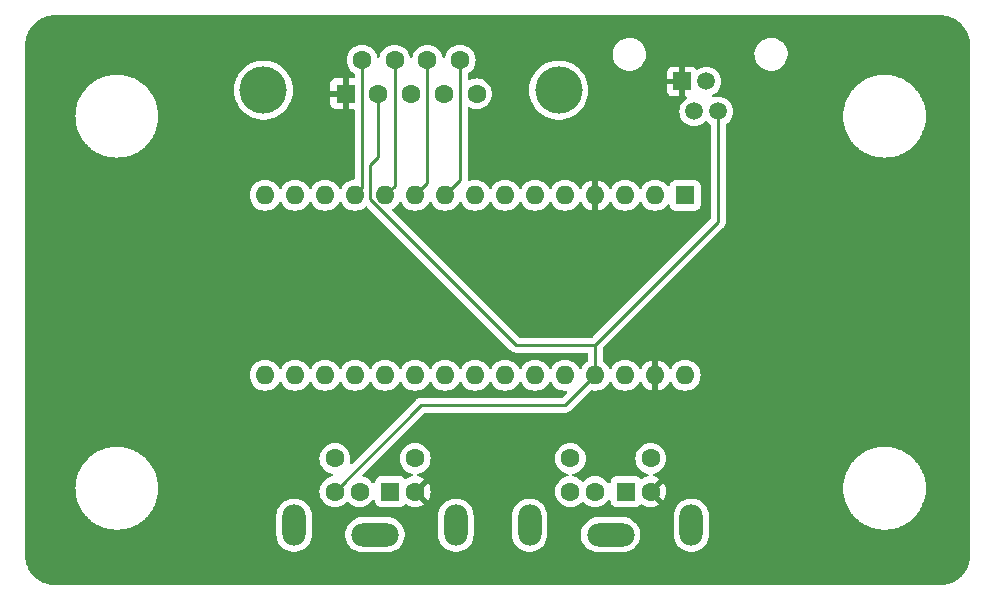
<source format=gbr>
%TF.GenerationSoftware,KiCad,Pcbnew,7.0.2*%
%TF.CreationDate,2024-03-26T11:17:04+09:00*%
%TF.ProjectId,dual_arduino_macplus_adapter,6475616c-5f61-4726-9475-696e6f5f6d61,rev?*%
%TF.SameCoordinates,Original*%
%TF.FileFunction,Copper,L2,Bot*%
%TF.FilePolarity,Positive*%
%FSLAX46Y46*%
G04 Gerber Fmt 4.6, Leading zero omitted, Abs format (unit mm)*
G04 Created by KiCad (PCBNEW 7.0.2) date 2024-03-26 11:17:04*
%MOMM*%
%LPD*%
G01*
G04 APERTURE LIST*
%TA.AperFunction,ComponentPad*%
%ADD10R,1.500000X1.500000*%
%TD*%
%TA.AperFunction,ComponentPad*%
%ADD11C,1.500000*%
%TD*%
%TA.AperFunction,ComponentPad*%
%ADD12O,2.000000X3.500000*%
%TD*%
%TA.AperFunction,ComponentPad*%
%ADD13R,1.600000X1.600000*%
%TD*%
%TA.AperFunction,ComponentPad*%
%ADD14C,1.600000*%
%TD*%
%TA.AperFunction,ComponentPad*%
%ADD15O,4.000000X2.000000*%
%TD*%
%TA.AperFunction,ComponentPad*%
%ADD16C,4.000000*%
%TD*%
%TA.AperFunction,ComponentPad*%
%ADD17O,1.600000X1.600000*%
%TD*%
%TA.AperFunction,Conductor*%
%ADD18C,0.250000*%
%TD*%
G04 APERTURE END LIST*
D10*
%TO.P,J4,1*%
%TO.N,GND*%
X134360000Y-50060000D03*
D11*
%TO.P,J4,2*%
%TO.N,Net-(A1-D4)*%
X135380000Y-52600000D03*
%TO.P,J4,3*%
%TO.N,Net-(A1-D5)*%
X136400000Y-50060000D03*
%TO.P,J4,4*%
%TO.N,5V*%
X137420000Y-52600000D03*
%TD*%
D12*
%TO.P,J3,7*%
%TO.N,N/C*%
X121450000Y-87630000D03*
X135150000Y-87630000D03*
D13*
%TO.P,J3,1*%
%TO.N,Net-(A1-D3)*%
X129600000Y-84780000D03*
D14*
%TO.P,J3,2*%
%TO.N,unconnected-(J3-Pad2)*%
X127000000Y-84780000D03*
%TO.P,J3,3*%
%TO.N,GND*%
X131700000Y-84780000D03*
%TO.P,J3,4*%
%TO.N,5V*%
X124900000Y-84780000D03*
%TO.P,J3,5*%
%TO.N,Net-(A1-D2)*%
X131700000Y-81980000D03*
%TO.P,J3,6*%
%TO.N,unconnected-(J3-Pad6)*%
X124900000Y-81980000D03*
D15*
%TO.P,J3,7*%
%TO.N,N/C*%
X128300000Y-88430000D03*
%TD*%
D12*
%TO.P,J2,7*%
%TO.N,N/C*%
X101510000Y-87630000D03*
X115210000Y-87630000D03*
D13*
%TO.P,J2,1*%
%TO.N,Net-(A1-D13)*%
X109660000Y-84780000D03*
D14*
%TO.P,J2,2*%
%TO.N,unconnected-(J2-Pad2)*%
X107060000Y-84780000D03*
%TO.P,J2,3*%
%TO.N,GND*%
X111760000Y-84780000D03*
%TO.P,J2,4*%
%TO.N,5V*%
X104960000Y-84780000D03*
%TO.P,J2,5*%
%TO.N,Net-(A1-A0)*%
X111760000Y-81980000D03*
%TO.P,J2,6*%
%TO.N,unconnected-(J2-Pad6)*%
X104960000Y-81980000D03*
D15*
%TO.P,J2,7*%
%TO.N,N/C*%
X108360000Y-88430000D03*
%TD*%
D16*
%TO.P,J1,0*%
%TO.N,N/C*%
X98915000Y-50800000D03*
X123915000Y-50800000D03*
D13*
%TO.P,J1,1,1*%
%TO.N,GND*%
X105875000Y-51100000D03*
D14*
%TO.P,J1,2,2*%
%TO.N,5V*%
X108645000Y-51100000D03*
%TO.P,J1,3,3*%
%TO.N,Net-(A1-D12)*%
X111415000Y-51100000D03*
%TO.P,J1,4,4*%
%TO.N,Net-(A1-D11)*%
X114185000Y-51100000D03*
%TO.P,J1,5,5*%
%TO.N,Net-(A1-D10)*%
X116955000Y-51100000D03*
%TO.P,J1,6,6*%
%TO.N,Net-(A1-D9)*%
X107260000Y-48260000D03*
%TO.P,J1,7,7*%
%TO.N,Net-(A1-D8)*%
X110030000Y-48260000D03*
%TO.P,J1,8,8*%
%TO.N,Net-(A1-D7)*%
X112800000Y-48260000D03*
%TO.P,J1,9,9*%
%TO.N,Net-(A1-D6)*%
X115570000Y-48260000D03*
%TD*%
D13*
%TO.P,A1,1,D1/TX*%
%TO.N,unconnected-(A1-D1{slash}TX-Pad1)*%
X134620000Y-59690000D03*
D17*
%TO.P,A1,2,D0/RX*%
%TO.N,unconnected-(A1-D0{slash}RX-Pad2)*%
X132080000Y-59690000D03*
%TO.P,A1,3,~{RESET}*%
%TO.N,unconnected-(A1-~{RESET}-Pad3)*%
X129540000Y-59690000D03*
%TO.P,A1,4,GND*%
%TO.N,GND*%
X127000000Y-59690000D03*
%TO.P,A1,5,D2*%
%TO.N,Net-(A1-D2)*%
X124460000Y-59690000D03*
%TO.P,A1,6,D3*%
%TO.N,Net-(A1-D3)*%
X121920000Y-59690000D03*
%TO.P,A1,7,D4*%
%TO.N,Net-(A1-D4)*%
X119380000Y-59690000D03*
%TO.P,A1,8,D5*%
%TO.N,Net-(A1-D5)*%
X116840000Y-59690000D03*
%TO.P,A1,9,D6*%
%TO.N,Net-(A1-D6)*%
X114300000Y-59690000D03*
%TO.P,A1,10,D7*%
%TO.N,Net-(A1-D7)*%
X111760000Y-59690000D03*
%TO.P,A1,11,D8*%
%TO.N,Net-(A1-D8)*%
X109220000Y-59690000D03*
%TO.P,A1,12,D9*%
%TO.N,Net-(A1-D9)*%
X106680000Y-59690000D03*
%TO.P,A1,13,D10*%
%TO.N,Net-(A1-D10)*%
X104140000Y-59690000D03*
%TO.P,A1,14,D11*%
%TO.N,Net-(A1-D11)*%
X101600000Y-59690000D03*
%TO.P,A1,15,D12*%
%TO.N,Net-(A1-D12)*%
X99060000Y-59690000D03*
%TO.P,A1,16,D13*%
%TO.N,Net-(A1-D13)*%
X99060000Y-74930000D03*
%TO.P,A1,17,3V3*%
%TO.N,unconnected-(A1-3V3-Pad17)*%
X101600000Y-74930000D03*
%TO.P,A1,18,AREF*%
%TO.N,unconnected-(A1-AREF-Pad18)*%
X104140000Y-74930000D03*
%TO.P,A1,19,A0*%
%TO.N,Net-(A1-A0)*%
X106680000Y-74930000D03*
%TO.P,A1,20,A1*%
%TO.N,unconnected-(A1-A1-Pad20)*%
X109220000Y-74930000D03*
%TO.P,A1,21,A2*%
%TO.N,unconnected-(A1-A2-Pad21)*%
X111760000Y-74930000D03*
%TO.P,A1,22,A3*%
%TO.N,unconnected-(A1-A3-Pad22)*%
X114300000Y-74930000D03*
%TO.P,A1,23,A4*%
%TO.N,unconnected-(A1-A4-Pad23)*%
X116840000Y-74930000D03*
%TO.P,A1,24,A5*%
%TO.N,unconnected-(A1-A5-Pad24)*%
X119380000Y-74930000D03*
%TO.P,A1,25,A6*%
%TO.N,unconnected-(A1-A6-Pad25)*%
X121920000Y-74930000D03*
%TO.P,A1,26,A7*%
%TO.N,unconnected-(A1-A7-Pad26)*%
X124460000Y-74930000D03*
%TO.P,A1,27,+5V*%
%TO.N,5V*%
X127000000Y-74930000D03*
%TO.P,A1,28,~{RESET}*%
%TO.N,unconnected-(A1-~{RESET}-Pad28)*%
X129540000Y-74930000D03*
%TO.P,A1,29,GND*%
%TO.N,GND*%
X132080000Y-74930000D03*
%TO.P,A1,30,VIN*%
%TO.N,unconnected-(A1-VIN-Pad30)*%
X134620000Y-74930000D03*
%TD*%
D18*
%TO.N,5V*%
X120329009Y-72390000D02*
X127000000Y-72390000D01*
X107950000Y-60010991D02*
X120329009Y-72390000D01*
X107950000Y-57150000D02*
X107950000Y-60010991D01*
X108645000Y-56455000D02*
X107950000Y-57150000D01*
X108645000Y-51100000D02*
X108645000Y-56455000D01*
X127000000Y-74930000D02*
X127000000Y-72390000D01*
X127000000Y-72390000D02*
X137420000Y-61970000D01*
X137420000Y-61970000D02*
X137420000Y-52600000D01*
X124460000Y-77470000D02*
X127000000Y-74930000D01*
X112270000Y-77470000D02*
X124460000Y-77470000D01*
X104960000Y-84780000D02*
X112270000Y-77470000D01*
%TO.N,Net-(A1-D6)*%
X115570000Y-58420000D02*
X115570000Y-48260000D01*
X114300000Y-59690000D02*
X115570000Y-58420000D01*
%TO.N,Net-(A1-D7)*%
X112800000Y-58650000D02*
X112800000Y-48260000D01*
X111760000Y-59690000D02*
X112800000Y-58650000D01*
%TO.N,Net-(A1-D8)*%
X110030000Y-58880000D02*
X110030000Y-48260000D01*
X109220000Y-59690000D02*
X110030000Y-58880000D01*
%TO.N,Net-(A1-D9)*%
X107260000Y-59110000D02*
X107260000Y-48260000D01*
X106680000Y-59690000D02*
X107260000Y-59110000D01*
%TD*%
%TA.AperFunction,Conductor*%
%TO.N,GND*%
G36*
X156213471Y-44450694D02*
G01*
X156325603Y-44456992D01*
X156494353Y-44467199D01*
X156507588Y-44468720D01*
X156640387Y-44491283D01*
X156786243Y-44518013D01*
X156798133Y-44520809D01*
X156930788Y-44559025D01*
X156933279Y-44559773D01*
X157070146Y-44602423D01*
X157080682Y-44606237D01*
X157209736Y-44659693D01*
X157213063Y-44661130D01*
X157342306Y-44719298D01*
X157351372Y-44723834D01*
X157474331Y-44791791D01*
X157478500Y-44794202D01*
X157598988Y-44867040D01*
X157606592Y-44872027D01*
X157721525Y-44953575D01*
X157726223Y-44957078D01*
X157836752Y-45043672D01*
X157842906Y-45048823D01*
X157948133Y-45142859D01*
X157953187Y-45147638D01*
X158052360Y-45246811D01*
X158057139Y-45251865D01*
X158151175Y-45357092D01*
X158156326Y-45363246D01*
X158242904Y-45473754D01*
X158246423Y-45478473D01*
X158327971Y-45593406D01*
X158332958Y-45601010D01*
X158405796Y-45721498D01*
X158408207Y-45725667D01*
X158476164Y-45848626D01*
X158480712Y-45857716D01*
X158538832Y-45986853D01*
X158540317Y-45990291D01*
X158593756Y-46119303D01*
X158597580Y-46129866D01*
X158640214Y-46266684D01*
X158640983Y-46269246D01*
X158679180Y-46401831D01*
X158681995Y-46413807D01*
X158708723Y-46559655D01*
X158731276Y-46692390D01*
X158732800Y-46705663D01*
X158743012Y-46874474D01*
X158749305Y-46986528D01*
X158749500Y-46993480D01*
X158749500Y-90166519D01*
X158749305Y-90173472D01*
X158743012Y-90285524D01*
X158732801Y-90454330D01*
X158731275Y-90467613D01*
X158708723Y-90600343D01*
X158681995Y-90746195D01*
X158679182Y-90758163D01*
X158640983Y-90890752D01*
X158640214Y-90893314D01*
X158597580Y-91030132D01*
X158593756Y-91040695D01*
X158540317Y-91169707D01*
X158538832Y-91173145D01*
X158480712Y-91302282D01*
X158476164Y-91311372D01*
X158408207Y-91434331D01*
X158405796Y-91438500D01*
X158332958Y-91558988D01*
X158327971Y-91566592D01*
X158246423Y-91681525D01*
X158242904Y-91686244D01*
X158156326Y-91796752D01*
X158151175Y-91802906D01*
X158057139Y-91908133D01*
X158052360Y-91913187D01*
X157953187Y-92012360D01*
X157948133Y-92017139D01*
X157842906Y-92111175D01*
X157836752Y-92116326D01*
X157726244Y-92202904D01*
X157721525Y-92206423D01*
X157606592Y-92287971D01*
X157598988Y-92292958D01*
X157478500Y-92365796D01*
X157474331Y-92368207D01*
X157351372Y-92436164D01*
X157342282Y-92440712D01*
X157213145Y-92498832D01*
X157209707Y-92500317D01*
X157080695Y-92553756D01*
X157070132Y-92557580D01*
X156933314Y-92600214D01*
X156930752Y-92600983D01*
X156798167Y-92639180D01*
X156786191Y-92641995D01*
X156640344Y-92668723D01*
X156507608Y-92691276D01*
X156494335Y-92692800D01*
X156325525Y-92703012D01*
X156213472Y-92709305D01*
X156206520Y-92709500D01*
X81283481Y-92709500D01*
X81276528Y-92709305D01*
X81164475Y-92703012D01*
X80995668Y-92692801D01*
X80982385Y-92691275D01*
X80849656Y-92668723D01*
X80722694Y-92645456D01*
X80703800Y-92641994D01*
X80691837Y-92639182D01*
X80674400Y-92634159D01*
X80559246Y-92600983D01*
X80556684Y-92600214D01*
X80419866Y-92557580D01*
X80409303Y-92553756D01*
X80280291Y-92500317D01*
X80276873Y-92498841D01*
X80147713Y-92440710D01*
X80138626Y-92436164D01*
X80015667Y-92368207D01*
X80011498Y-92365796D01*
X79891010Y-92292958D01*
X79883406Y-92287971D01*
X79768473Y-92206423D01*
X79763754Y-92202904D01*
X79653246Y-92116326D01*
X79647092Y-92111175D01*
X79541865Y-92017139D01*
X79536811Y-92012360D01*
X79437638Y-91913187D01*
X79432859Y-91908133D01*
X79338823Y-91802906D01*
X79333672Y-91796752D01*
X79247078Y-91686223D01*
X79243575Y-91681525D01*
X79162027Y-91566592D01*
X79157040Y-91558988D01*
X79084202Y-91438500D01*
X79081791Y-91434331D01*
X79063272Y-91400824D01*
X79013832Y-91311369D01*
X79009298Y-91302306D01*
X78951130Y-91173063D01*
X78949693Y-91169736D01*
X78896237Y-91040682D01*
X78892423Y-91030146D01*
X78849773Y-90893279D01*
X78849015Y-90890752D01*
X78844307Y-90874409D01*
X78810814Y-90758153D01*
X78808006Y-90746205D01*
X78781288Y-90600416D01*
X78758721Y-90467599D01*
X78757199Y-90454345D01*
X78746992Y-90285603D01*
X78740695Y-90173472D01*
X78740500Y-90166521D01*
X78740500Y-88442067D01*
X100009500Y-88442067D01*
X100024892Y-88627821D01*
X100085937Y-88868881D01*
X100130960Y-88971523D01*
X100185825Y-89096604D01*
X100185827Y-89096607D01*
X100321836Y-89304785D01*
X100490256Y-89487738D01*
X100490259Y-89487740D01*
X100686485Y-89640470D01*
X100686487Y-89640471D01*
X100686491Y-89640474D01*
X100905190Y-89758828D01*
X101140386Y-89839571D01*
X101385665Y-89880500D01*
X101634335Y-89880500D01*
X101879614Y-89839571D01*
X102114810Y-89758828D01*
X102333509Y-89640474D01*
X102529744Y-89487738D01*
X102698164Y-89304785D01*
X102834173Y-89096607D01*
X102934063Y-88868881D01*
X102995108Y-88627821D01*
X103001197Y-88554334D01*
X105859500Y-88554334D01*
X105900429Y-88799615D01*
X105981170Y-89034805D01*
X105981172Y-89034810D01*
X106014615Y-89096607D01*
X106099529Y-89253514D01*
X106235036Y-89427612D01*
X106252262Y-89449744D01*
X106435215Y-89618164D01*
X106643393Y-89754173D01*
X106643395Y-89754174D01*
X106665833Y-89764016D01*
X106871119Y-89854063D01*
X107112179Y-89915108D01*
X107297933Y-89930500D01*
X107300503Y-89930500D01*
X109419497Y-89930500D01*
X109422067Y-89930500D01*
X109607821Y-89915108D01*
X109848881Y-89854063D01*
X110076607Y-89754173D01*
X110284785Y-89618164D01*
X110467738Y-89449744D01*
X110620474Y-89253509D01*
X110738828Y-89034810D01*
X110819571Y-88799614D01*
X110860500Y-88554335D01*
X110860500Y-88442067D01*
X113709500Y-88442067D01*
X113724892Y-88627821D01*
X113785937Y-88868881D01*
X113830960Y-88971523D01*
X113885825Y-89096604D01*
X113885827Y-89096607D01*
X114021836Y-89304785D01*
X114190256Y-89487738D01*
X114190259Y-89487740D01*
X114386485Y-89640470D01*
X114386487Y-89640471D01*
X114386491Y-89640474D01*
X114605190Y-89758828D01*
X114840386Y-89839571D01*
X115085665Y-89880500D01*
X115334335Y-89880500D01*
X115579614Y-89839571D01*
X115814810Y-89758828D01*
X116033509Y-89640474D01*
X116229744Y-89487738D01*
X116398164Y-89304785D01*
X116534173Y-89096607D01*
X116634063Y-88868881D01*
X116695108Y-88627821D01*
X116710500Y-88442067D01*
X119949500Y-88442067D01*
X119964892Y-88627821D01*
X120025937Y-88868881D01*
X120070960Y-88971523D01*
X120125825Y-89096604D01*
X120125827Y-89096607D01*
X120261836Y-89304785D01*
X120430256Y-89487738D01*
X120430259Y-89487740D01*
X120626485Y-89640470D01*
X120626487Y-89640471D01*
X120626491Y-89640474D01*
X120845190Y-89758828D01*
X121080386Y-89839571D01*
X121325665Y-89880500D01*
X121574335Y-89880500D01*
X121819614Y-89839571D01*
X122054810Y-89758828D01*
X122273509Y-89640474D01*
X122469744Y-89487738D01*
X122638164Y-89304785D01*
X122774173Y-89096607D01*
X122874063Y-88868881D01*
X122935108Y-88627821D01*
X122941197Y-88554334D01*
X125799500Y-88554334D01*
X125840429Y-88799615D01*
X125921170Y-89034805D01*
X125921172Y-89034810D01*
X125954615Y-89096607D01*
X126039529Y-89253514D01*
X126175036Y-89427612D01*
X126192262Y-89449744D01*
X126375215Y-89618164D01*
X126583393Y-89754173D01*
X126583395Y-89754174D01*
X126605833Y-89764016D01*
X126811119Y-89854063D01*
X127052179Y-89915108D01*
X127237933Y-89930500D01*
X127240503Y-89930500D01*
X129359497Y-89930500D01*
X129362067Y-89930500D01*
X129547821Y-89915108D01*
X129788881Y-89854063D01*
X130016607Y-89754173D01*
X130224785Y-89618164D01*
X130407738Y-89449744D01*
X130560474Y-89253509D01*
X130678828Y-89034810D01*
X130759571Y-88799614D01*
X130800500Y-88554335D01*
X130800500Y-88442067D01*
X133649500Y-88442067D01*
X133664892Y-88627821D01*
X133725937Y-88868881D01*
X133770960Y-88971523D01*
X133825825Y-89096604D01*
X133825827Y-89096607D01*
X133961836Y-89304785D01*
X134130256Y-89487738D01*
X134130259Y-89487740D01*
X134326485Y-89640470D01*
X134326487Y-89640471D01*
X134326491Y-89640474D01*
X134545190Y-89758828D01*
X134780386Y-89839571D01*
X135025665Y-89880500D01*
X135274335Y-89880500D01*
X135519614Y-89839571D01*
X135754810Y-89758828D01*
X135973509Y-89640474D01*
X136169744Y-89487738D01*
X136338164Y-89304785D01*
X136474173Y-89096607D01*
X136574063Y-88868881D01*
X136635108Y-88627821D01*
X136650500Y-88442067D01*
X136650500Y-86817933D01*
X136635108Y-86632179D01*
X136574063Y-86391119D01*
X136474173Y-86163393D01*
X136338164Y-85955215D01*
X136169744Y-85772262D01*
X136134146Y-85744555D01*
X135973514Y-85619529D01*
X135973510Y-85619526D01*
X135973509Y-85619526D01*
X135754810Y-85501172D01*
X135754806Y-85501170D01*
X135754805Y-85501170D01*
X135519615Y-85420429D01*
X135274335Y-85379500D01*
X135025665Y-85379500D01*
X134780384Y-85420429D01*
X134545194Y-85501170D01*
X134545190Y-85501171D01*
X134545190Y-85501172D01*
X134459033Y-85547798D01*
X134326485Y-85619529D01*
X134130259Y-85772259D01*
X134130256Y-85772261D01*
X134130256Y-85772262D01*
X133961836Y-85955215D01*
X133928174Y-86006739D01*
X133825825Y-86163395D01*
X133725938Y-86391117D01*
X133664892Y-86632177D01*
X133664891Y-86632179D01*
X133664892Y-86632179D01*
X133649500Y-86817933D01*
X133649500Y-88442067D01*
X130800500Y-88442067D01*
X130800500Y-88305665D01*
X130759571Y-88060386D01*
X130678828Y-87825190D01*
X130560474Y-87606491D01*
X130560471Y-87606487D01*
X130560470Y-87606485D01*
X130430904Y-87440020D01*
X130407738Y-87410256D01*
X130224785Y-87241836D01*
X130016607Y-87105827D01*
X130016604Y-87105825D01*
X129891523Y-87050960D01*
X129788881Y-87005937D01*
X129608867Y-86960351D01*
X129547822Y-86944892D01*
X129513854Y-86942077D01*
X129362067Y-86929500D01*
X127237933Y-86929500D01*
X127120111Y-86939262D01*
X127052177Y-86944892D01*
X126930087Y-86975810D01*
X126811119Y-87005937D01*
X126811116Y-87005938D01*
X126811117Y-87005938D01*
X126583395Y-87105825D01*
X126498555Y-87161254D01*
X126375215Y-87241836D01*
X126193589Y-87409035D01*
X126192259Y-87410259D01*
X126039529Y-87606485D01*
X125921170Y-87825194D01*
X125840429Y-88060384D01*
X125799500Y-88305665D01*
X125799500Y-88554334D01*
X122941197Y-88554334D01*
X122950500Y-88442067D01*
X122950500Y-86817933D01*
X122935108Y-86632179D01*
X122874063Y-86391119D01*
X122774173Y-86163393D01*
X122638164Y-85955215D01*
X122469744Y-85772262D01*
X122434146Y-85744555D01*
X122273514Y-85619529D01*
X122273510Y-85619526D01*
X122273509Y-85619526D01*
X122054810Y-85501172D01*
X122054806Y-85501170D01*
X122054805Y-85501170D01*
X121819615Y-85420429D01*
X121574335Y-85379500D01*
X121325665Y-85379500D01*
X121080384Y-85420429D01*
X120845194Y-85501170D01*
X120845190Y-85501171D01*
X120845190Y-85501172D01*
X120759033Y-85547798D01*
X120626485Y-85619529D01*
X120430259Y-85772259D01*
X120430256Y-85772261D01*
X120430256Y-85772262D01*
X120261836Y-85955215D01*
X120228174Y-86006739D01*
X120125825Y-86163395D01*
X120025938Y-86391117D01*
X119964892Y-86632177D01*
X119964891Y-86632179D01*
X119964892Y-86632179D01*
X119949500Y-86817933D01*
X119949500Y-88442067D01*
X116710500Y-88442067D01*
X116710500Y-86817933D01*
X116695108Y-86632179D01*
X116634063Y-86391119D01*
X116534173Y-86163393D01*
X116398164Y-85955215D01*
X116229744Y-85772262D01*
X116194146Y-85744555D01*
X116033514Y-85619529D01*
X116033510Y-85619526D01*
X116033509Y-85619526D01*
X115814810Y-85501172D01*
X115814806Y-85501170D01*
X115814805Y-85501170D01*
X115579615Y-85420429D01*
X115334335Y-85379500D01*
X115085665Y-85379500D01*
X114840384Y-85420429D01*
X114605194Y-85501170D01*
X114605190Y-85501171D01*
X114605190Y-85501172D01*
X114519033Y-85547798D01*
X114386485Y-85619529D01*
X114190259Y-85772259D01*
X114190256Y-85772261D01*
X114190256Y-85772262D01*
X114021836Y-85955215D01*
X113988174Y-86006739D01*
X113885825Y-86163395D01*
X113785938Y-86391117D01*
X113724892Y-86632177D01*
X113724891Y-86632179D01*
X113724892Y-86632179D01*
X113709500Y-86817933D01*
X113709500Y-88442067D01*
X110860500Y-88442067D01*
X110860500Y-88305665D01*
X110819571Y-88060386D01*
X110738828Y-87825190D01*
X110620474Y-87606491D01*
X110620471Y-87606487D01*
X110620470Y-87606485D01*
X110490904Y-87440020D01*
X110467738Y-87410256D01*
X110284785Y-87241836D01*
X110076607Y-87105827D01*
X110076604Y-87105825D01*
X109951523Y-87050960D01*
X109848881Y-87005937D01*
X109668866Y-86960351D01*
X109607822Y-86944892D01*
X109573854Y-86942077D01*
X109422067Y-86929500D01*
X107297933Y-86929500D01*
X107180111Y-86939262D01*
X107112177Y-86944892D01*
X106990087Y-86975810D01*
X106871119Y-87005937D01*
X106871116Y-87005938D01*
X106871117Y-87005938D01*
X106643395Y-87105825D01*
X106558555Y-87161254D01*
X106435215Y-87241836D01*
X106253589Y-87409035D01*
X106252259Y-87410259D01*
X106099529Y-87606485D01*
X105981170Y-87825194D01*
X105900429Y-88060384D01*
X105859500Y-88305665D01*
X105859500Y-88554334D01*
X103001197Y-88554334D01*
X103010500Y-88442067D01*
X103010500Y-86817933D01*
X102995108Y-86632179D01*
X102934063Y-86391119D01*
X102834173Y-86163393D01*
X102698164Y-85955215D01*
X102529744Y-85772262D01*
X102494146Y-85744555D01*
X102333514Y-85619529D01*
X102333510Y-85619526D01*
X102333509Y-85619526D01*
X102114810Y-85501172D01*
X102114806Y-85501170D01*
X102114805Y-85501170D01*
X101879615Y-85420429D01*
X101634335Y-85379500D01*
X101385665Y-85379500D01*
X101140384Y-85420429D01*
X100905194Y-85501170D01*
X100905190Y-85501171D01*
X100905190Y-85501172D01*
X100819033Y-85547798D01*
X100686485Y-85619529D01*
X100490259Y-85772259D01*
X100490256Y-85772261D01*
X100490256Y-85772262D01*
X100321836Y-85955215D01*
X100288174Y-86006739D01*
X100185825Y-86163395D01*
X100085938Y-86391117D01*
X100024892Y-86632177D01*
X100024891Y-86632179D01*
X100024892Y-86632179D01*
X100009500Y-86817933D01*
X100009500Y-88442067D01*
X78740500Y-88442067D01*
X78740500Y-84500000D01*
X82994696Y-84500000D01*
X82994866Y-84503243D01*
X83003265Y-84663510D01*
X83002755Y-84665655D01*
X83003619Y-84673737D01*
X83004151Y-84680421D01*
X83004791Y-84692624D01*
X83004961Y-84699118D01*
X83004961Y-84703878D01*
X83005486Y-84705900D01*
X83010751Y-84806357D01*
X83013898Y-84866404D01*
X83014403Y-84869597D01*
X83014405Y-84869609D01*
X83039983Y-85031099D01*
X83039622Y-85033891D01*
X83041892Y-85044389D01*
X83043167Y-85051201D01*
X83045149Y-85063716D01*
X83045971Y-85069920D01*
X83046173Y-85071809D01*
X83046619Y-85072997D01*
X83071295Y-85228794D01*
X83072133Y-85231923D01*
X83072136Y-85231935D01*
X83115241Y-85392803D01*
X83115159Y-85396218D01*
X83119278Y-85408668D01*
X83121326Y-85415516D01*
X83124843Y-85428641D01*
X83125947Y-85433201D01*
X83126201Y-85433707D01*
X83165415Y-85580055D01*
X83165418Y-85580064D01*
X83166258Y-85583199D01*
X83228197Y-85744556D01*
X83228521Y-85748552D01*
X83234853Y-85762507D01*
X83237695Y-85769301D01*
X83241821Y-85780049D01*
X83243066Y-85783291D01*
X83243295Y-85783933D01*
X83243337Y-85783998D01*
X83296586Y-85922718D01*
X83296589Y-85922726D01*
X83297745Y-85925736D01*
X83299209Y-85928610D01*
X83299213Y-85928618D01*
X83377593Y-86082446D01*
X83378442Y-86086968D01*
X83387266Y-86101943D01*
X83390917Y-86108596D01*
X83464318Y-86252652D01*
X83466089Y-86255379D01*
X83561779Y-86402730D01*
X83563262Y-86407693D01*
X83574756Y-86423165D01*
X83579214Y-86429578D01*
X83640233Y-86523538D01*
X83664149Y-86560366D01*
X83666194Y-86562891D01*
X83778696Y-86701820D01*
X83780910Y-86707131D01*
X83795168Y-86722575D01*
X83800423Y-86728650D01*
X83891906Y-86841623D01*
X83895051Y-86845506D01*
X83897344Y-86847800D01*
X83897345Y-86847800D01*
X84025931Y-86976386D01*
X84028962Y-86981937D01*
X84046019Y-86996862D01*
X84052045Y-87002500D01*
X84154494Y-87104949D01*
X84157012Y-87106988D01*
X84300733Y-87223371D01*
X84304645Y-87229034D01*
X84324418Y-87242923D01*
X84331173Y-87248021D01*
X84439634Y-87335851D01*
X84508334Y-87380465D01*
X84600040Y-87440020D01*
X84604884Y-87445665D01*
X84627258Y-87458058D01*
X84634703Y-87462530D01*
X84747348Y-87535682D01*
X84824303Y-87574893D01*
X84920532Y-87623924D01*
X84926338Y-87629408D01*
X84951087Y-87639853D01*
X84959167Y-87643610D01*
X85074264Y-87702255D01*
X85258627Y-87773025D01*
X85265405Y-87778200D01*
X85292289Y-87786306D01*
X85300909Y-87789255D01*
X85416801Y-87833742D01*
X85610549Y-87885657D01*
X85618289Y-87890374D01*
X85646989Y-87895786D01*
X85656102Y-87897863D01*
X85771206Y-87928705D01*
X85972403Y-87960571D01*
X85981072Y-87964681D01*
X86011239Y-87967096D01*
X86020744Y-87968228D01*
X86133596Y-87986102D01*
X86340136Y-87996926D01*
X86349686Y-88000282D01*
X86380918Y-87999450D01*
X86390697Y-87999575D01*
X86500000Y-88005304D01*
X86709659Y-87994316D01*
X86720005Y-87996774D01*
X86751854Y-87992509D01*
X86761809Y-87991583D01*
X86866404Y-87986102D01*
X87076844Y-87952771D01*
X87087900Y-87954199D01*
X87119940Y-87946372D01*
X87129932Y-87944363D01*
X87228794Y-87928705D01*
X87437630Y-87872747D01*
X87449284Y-87873024D01*
X87481046Y-87861570D01*
X87491011Y-87858443D01*
X87583199Y-87833742D01*
X87787976Y-87755135D01*
X87800089Y-87754153D01*
X87831099Y-87739074D01*
X87840877Y-87734828D01*
X87925736Y-87702255D01*
X88123965Y-87601251D01*
X88136399Y-87598916D01*
X88166215Y-87580260D01*
X88175681Y-87574900D01*
X88252652Y-87535682D01*
X88441878Y-87412797D01*
X88454468Y-87409035D01*
X88482625Y-87386929D01*
X88491642Y-87380480D01*
X88560366Y-87335851D01*
X88738155Y-87191880D01*
X88750731Y-87186635D01*
X88776797Y-87161254D01*
X88785254Y-87153739D01*
X88845506Y-87104949D01*
X89009496Y-86940958D01*
X89021872Y-86934200D01*
X89045441Y-86905773D01*
X89053210Y-86897244D01*
X89104949Y-86845506D01*
X89252885Y-86662819D01*
X89264881Y-86654533D01*
X89285570Y-86623345D01*
X89292536Y-86613855D01*
X89333806Y-86562891D01*
X89335851Y-86560366D01*
X89465593Y-86360578D01*
X89477010Y-86350781D01*
X89494481Y-86317159D01*
X89500506Y-86306817D01*
X89535682Y-86252652D01*
X89645268Y-86037577D01*
X89655918Y-86026300D01*
X89669870Y-85990619D01*
X89674865Y-85979491D01*
X89702255Y-85925736D01*
X89789888Y-85697440D01*
X89799580Y-85684748D01*
X89809767Y-85647392D01*
X89813626Y-85635601D01*
X89833742Y-85583199D01*
X89897840Y-85343981D01*
X89906392Y-85329950D01*
X89912612Y-85291348D01*
X89915258Y-85278978D01*
X89927863Y-85231935D01*
X89928705Y-85228794D01*
X89986102Y-84866404D01*
X90005304Y-84500000D01*
X89986102Y-84133596D01*
X89928705Y-83771206D01*
X89919718Y-83737668D01*
X89915259Y-83721025D01*
X89912612Y-83708653D01*
X89907274Y-83675525D01*
X89897843Y-83656028D01*
X89834584Y-83419943D01*
X89834583Y-83419941D01*
X89833742Y-83416801D01*
X89813631Y-83364409D01*
X89809768Y-83352608D01*
X89801000Y-83320458D01*
X89789889Y-83302560D01*
X89702255Y-83074264D01*
X89700786Y-83071381D01*
X89700783Y-83071374D01*
X89674872Y-83020522D01*
X89669870Y-83009381D01*
X89657825Y-82978575D01*
X89645268Y-82962421D01*
X89537156Y-82750241D01*
X89535682Y-82747348D01*
X89500522Y-82693206D01*
X89494485Y-82682846D01*
X89479354Y-82653728D01*
X89465593Y-82639420D01*
X89335851Y-82439634D01*
X89333807Y-82437110D01*
X89333797Y-82437096D01*
X89292540Y-82386149D01*
X89285573Y-82376659D01*
X89267602Y-82349569D01*
X89252887Y-82337182D01*
X89106988Y-82157012D01*
X89104949Y-82154494D01*
X89053226Y-82102771D01*
X89045448Y-82094232D01*
X89024916Y-82069466D01*
X89009495Y-82059040D01*
X88847800Y-81897345D01*
X88847800Y-81897344D01*
X88845506Y-81895051D01*
X88785269Y-81846272D01*
X88776798Y-81838746D01*
X88754026Y-81816573D01*
X88738154Y-81808119D01*
X88699265Y-81776627D01*
X88560366Y-81664149D01*
X88491661Y-81619532D01*
X88482625Y-81613070D01*
X88457954Y-81593700D01*
X88441877Y-81587201D01*
X88255379Y-81466089D01*
X88255374Y-81466086D01*
X88252652Y-81464318D01*
X88249764Y-81462846D01*
X88249758Y-81462843D01*
X88175698Y-81425108D01*
X88166221Y-81419742D01*
X88140023Y-81403350D01*
X88123966Y-81398749D01*
X88066646Y-81369543D01*
X87925736Y-81297745D01*
X87922726Y-81296589D01*
X87922718Y-81296586D01*
X87840906Y-81265182D01*
X87831119Y-81260933D01*
X87803780Y-81247639D01*
X87787975Y-81244863D01*
X87586241Y-81167425D01*
X87586228Y-81167421D01*
X87583199Y-81166258D01*
X87580064Y-81165418D01*
X87580055Y-81165415D01*
X87491027Y-81141560D01*
X87481056Y-81138432D01*
X87452987Y-81128310D01*
X87437632Y-81127253D01*
X87231935Y-81072136D01*
X87231923Y-81072133D01*
X87228794Y-81071295D01*
X87225589Y-81070787D01*
X87225578Y-81070785D01*
X87129987Y-81055645D01*
X87119959Y-81053630D01*
X87091556Y-81046691D01*
X87076844Y-81047228D01*
X86869609Y-81014405D01*
X86869597Y-81014403D01*
X86866404Y-81013898D01*
X86863171Y-81013728D01*
X86863166Y-81013728D01*
X86761839Y-81008418D01*
X86751871Y-81007491D01*
X86723565Y-81003700D01*
X86709660Y-81005683D01*
X86503245Y-80994866D01*
X86503244Y-80994866D01*
X86500000Y-80994696D01*
X86496756Y-80994866D01*
X86496755Y-80994866D01*
X86390723Y-81000422D01*
X86380934Y-81000548D01*
X86353103Y-80999807D01*
X86340138Y-81003073D01*
X86136834Y-81013728D01*
X86136828Y-81013728D01*
X86133596Y-81013898D01*
X86130404Y-81014403D01*
X86130390Y-81014405D01*
X86020755Y-81031770D01*
X86011251Y-81032902D01*
X85984302Y-81035059D01*
X85972404Y-81039428D01*
X85774423Y-81070785D01*
X85774414Y-81070786D01*
X85771206Y-81071295D01*
X85768081Y-81072132D01*
X85768059Y-81072137D01*
X85656128Y-81102129D01*
X85647013Y-81104206D01*
X85621301Y-81109054D01*
X85610550Y-81114342D01*
X85419944Y-81165415D01*
X85419929Y-81165419D01*
X85416801Y-81166258D01*
X85413776Y-81167418D01*
X85413758Y-81167425D01*
X85300950Y-81210728D01*
X85292312Y-81213684D01*
X85268164Y-81220965D01*
X85258628Y-81226974D01*
X85077281Y-81296586D01*
X85077266Y-81296592D01*
X85074264Y-81297745D01*
X85071389Y-81299209D01*
X85071373Y-81299217D01*
X84959184Y-81356380D01*
X84951107Y-81360137D01*
X84928818Y-81369543D01*
X84920534Y-81376073D01*
X84750248Y-81462839D01*
X84750227Y-81462850D01*
X84747348Y-81464318D01*
X84744629Y-81466083D01*
X84744625Y-81466086D01*
X84634724Y-81537456D01*
X84627276Y-81541930D01*
X84607082Y-81553116D01*
X84600043Y-81559978D01*
X84548116Y-81593700D01*
X84439634Y-81664149D01*
X84437114Y-81666189D01*
X84437108Y-81666194D01*
X84331185Y-81751969D01*
X84324424Y-81757072D01*
X84306542Y-81769632D01*
X84300734Y-81776627D01*
X84157012Y-81893011D01*
X84157001Y-81893020D01*
X84154494Y-81895051D01*
X84152209Y-81897335D01*
X84152209Y-81897336D01*
X84052054Y-81997491D01*
X84046030Y-82003127D01*
X84030569Y-82016655D01*
X84025932Y-82023612D01*
X83895051Y-82154494D01*
X83893020Y-82157001D01*
X83893011Y-82157012D01*
X83800424Y-82271348D01*
X83795171Y-82277421D01*
X83782222Y-82291447D01*
X83778697Y-82298177D01*
X83666201Y-82437098D01*
X83666186Y-82437117D01*
X83664149Y-82439634D01*
X83662380Y-82442356D01*
X83662377Y-82442362D01*
X83579224Y-82570407D01*
X83574766Y-82576821D01*
X83564303Y-82590903D01*
X83561781Y-82597266D01*
X83466086Y-82744625D01*
X83464318Y-82747348D01*
X83462850Y-82750227D01*
X83462843Y-82750241D01*
X83390917Y-82891404D01*
X83387266Y-82898058D01*
X83379228Y-82911699D01*
X83377594Y-82917552D01*
X83299213Y-83071381D01*
X83299206Y-83071396D01*
X83297745Y-83074264D01*
X83296589Y-83077273D01*
X83296586Y-83077282D01*
X83243337Y-83216001D01*
X83243302Y-83216046D01*
X83243064Y-83216713D01*
X83237698Y-83230690D01*
X83234857Y-83237480D01*
X83229078Y-83250216D01*
X83228197Y-83255442D01*
X83167425Y-83413758D01*
X83167423Y-83413765D01*
X83166258Y-83416801D01*
X83165419Y-83419929D01*
X83165415Y-83419944D01*
X83126202Y-83566291D01*
X83125982Y-83566651D01*
X83124842Y-83571365D01*
X83121323Y-83584496D01*
X83119276Y-83591338D01*
X83115520Y-83602693D01*
X83115241Y-83607194D01*
X83072137Y-83768059D01*
X83072132Y-83768081D01*
X83071295Y-83771206D01*
X83070786Y-83774418D01*
X83070785Y-83774424D01*
X83046619Y-83927001D01*
X83046208Y-83927866D01*
X83045972Y-83930079D01*
X83045149Y-83936285D01*
X83043168Y-83948794D01*
X83041893Y-83955607D01*
X83039822Y-83965183D01*
X83039983Y-83968899D01*
X83014405Y-84130390D01*
X83014403Y-84130404D01*
X83013898Y-84133596D01*
X83013728Y-84136828D01*
X83013728Y-84136834D01*
X83005486Y-84294098D01*
X83004961Y-84295591D01*
X83004961Y-84300881D01*
X83004791Y-84307376D01*
X83004151Y-84319577D01*
X83003619Y-84326258D01*
X83002833Y-84333607D01*
X83003265Y-84336487D01*
X82994696Y-84500000D01*
X78740500Y-84500000D01*
X78740500Y-74929999D01*
X97754531Y-74929999D01*
X97774364Y-75156689D01*
X97833261Y-75376497D01*
X97929432Y-75582735D01*
X98059953Y-75769140D01*
X98220859Y-75930046D01*
X98407264Y-76060567D01*
X98407265Y-76060567D01*
X98407266Y-76060568D01*
X98613504Y-76156739D01*
X98833308Y-76215635D01*
X99060000Y-76235468D01*
X99286692Y-76215635D01*
X99506496Y-76156739D01*
X99712734Y-76060568D01*
X99899139Y-75930047D01*
X100060047Y-75769139D01*
X100190568Y-75582734D01*
X100217619Y-75524721D01*
X100263788Y-75472286D01*
X100330981Y-75453133D01*
X100397862Y-75473348D01*
X100442380Y-75524722D01*
X100469432Y-75582733D01*
X100469433Y-75582736D01*
X100599953Y-75769140D01*
X100760859Y-75930046D01*
X100947264Y-76060567D01*
X100947265Y-76060567D01*
X100947266Y-76060568D01*
X101153504Y-76156739D01*
X101373308Y-76215635D01*
X101600000Y-76235468D01*
X101826692Y-76215635D01*
X102046496Y-76156739D01*
X102252734Y-76060568D01*
X102439139Y-75930047D01*
X102600047Y-75769139D01*
X102730568Y-75582734D01*
X102757619Y-75524721D01*
X102803788Y-75472286D01*
X102870981Y-75453133D01*
X102937862Y-75473348D01*
X102982380Y-75524722D01*
X103009432Y-75582733D01*
X103009433Y-75582736D01*
X103139953Y-75769140D01*
X103300859Y-75930046D01*
X103487264Y-76060567D01*
X103487265Y-76060567D01*
X103487266Y-76060568D01*
X103693504Y-76156739D01*
X103913308Y-76215635D01*
X104064435Y-76228856D01*
X104139999Y-76235468D01*
X104139999Y-76235467D01*
X104140000Y-76235468D01*
X104366692Y-76215635D01*
X104586496Y-76156739D01*
X104792734Y-76060568D01*
X104979139Y-75930047D01*
X105140047Y-75769139D01*
X105270568Y-75582734D01*
X105297618Y-75524724D01*
X105343790Y-75472285D01*
X105410983Y-75453133D01*
X105477865Y-75473348D01*
X105522382Y-75524725D01*
X105549431Y-75582733D01*
X105679953Y-75769140D01*
X105840859Y-75930046D01*
X106027264Y-76060567D01*
X106027265Y-76060567D01*
X106027266Y-76060568D01*
X106233504Y-76156739D01*
X106453308Y-76215635D01*
X106680000Y-76235468D01*
X106906692Y-76215635D01*
X107126496Y-76156739D01*
X107332734Y-76060568D01*
X107519139Y-75930047D01*
X107680047Y-75769139D01*
X107810568Y-75582734D01*
X107837618Y-75524724D01*
X107883790Y-75472285D01*
X107950983Y-75453133D01*
X108017865Y-75473348D01*
X108062382Y-75524725D01*
X108089431Y-75582733D01*
X108219953Y-75769140D01*
X108380859Y-75930046D01*
X108567264Y-76060567D01*
X108567265Y-76060567D01*
X108567266Y-76060568D01*
X108773504Y-76156739D01*
X108993308Y-76215635D01*
X109144436Y-76228856D01*
X109219999Y-76235468D01*
X109219999Y-76235467D01*
X109220000Y-76235468D01*
X109446692Y-76215635D01*
X109666496Y-76156739D01*
X109872734Y-76060568D01*
X110059139Y-75930047D01*
X110220047Y-75769139D01*
X110350568Y-75582734D01*
X110377618Y-75524724D01*
X110423790Y-75472285D01*
X110490983Y-75453133D01*
X110557865Y-75473348D01*
X110602382Y-75524725D01*
X110629431Y-75582733D01*
X110759953Y-75769140D01*
X110920859Y-75930046D01*
X111107264Y-76060567D01*
X111107265Y-76060567D01*
X111107266Y-76060568D01*
X111313504Y-76156739D01*
X111533308Y-76215635D01*
X111684435Y-76228857D01*
X111759999Y-76235468D01*
X111759999Y-76235467D01*
X111760000Y-76235468D01*
X111986692Y-76215635D01*
X112206496Y-76156739D01*
X112412734Y-76060568D01*
X112599139Y-75930047D01*
X112760047Y-75769139D01*
X112890568Y-75582734D01*
X112917618Y-75524724D01*
X112963790Y-75472285D01*
X113030983Y-75453133D01*
X113097865Y-75473348D01*
X113142382Y-75524725D01*
X113169431Y-75582733D01*
X113299953Y-75769140D01*
X113460859Y-75930046D01*
X113647264Y-76060567D01*
X113647265Y-76060567D01*
X113647266Y-76060568D01*
X113853504Y-76156739D01*
X114073308Y-76215635D01*
X114300000Y-76235468D01*
X114526692Y-76215635D01*
X114746496Y-76156739D01*
X114952734Y-76060568D01*
X115139139Y-75930047D01*
X115300047Y-75769139D01*
X115430568Y-75582734D01*
X115457618Y-75524724D01*
X115503790Y-75472285D01*
X115570983Y-75453133D01*
X115637865Y-75473348D01*
X115682382Y-75524725D01*
X115709431Y-75582733D01*
X115839953Y-75769140D01*
X116000859Y-75930046D01*
X116187264Y-76060567D01*
X116187265Y-76060567D01*
X116187266Y-76060568D01*
X116393504Y-76156739D01*
X116613308Y-76215635D01*
X116840000Y-76235468D01*
X117066692Y-76215635D01*
X117286496Y-76156739D01*
X117492734Y-76060568D01*
X117679139Y-75930047D01*
X117840047Y-75769139D01*
X117970568Y-75582734D01*
X117997618Y-75524724D01*
X118043790Y-75472285D01*
X118110983Y-75453133D01*
X118177865Y-75473348D01*
X118222382Y-75524725D01*
X118249431Y-75582733D01*
X118379953Y-75769140D01*
X118540859Y-75930046D01*
X118727264Y-76060567D01*
X118727265Y-76060567D01*
X118727266Y-76060568D01*
X118933504Y-76156739D01*
X119153308Y-76215635D01*
X119380000Y-76235468D01*
X119606692Y-76215635D01*
X119826496Y-76156739D01*
X120032734Y-76060568D01*
X120219139Y-75930047D01*
X120380047Y-75769139D01*
X120510568Y-75582734D01*
X120537618Y-75524724D01*
X120583790Y-75472285D01*
X120650983Y-75453133D01*
X120717865Y-75473348D01*
X120762382Y-75524725D01*
X120789431Y-75582733D01*
X120919953Y-75769140D01*
X121080859Y-75930046D01*
X121267264Y-76060567D01*
X121267265Y-76060567D01*
X121267266Y-76060568D01*
X121473504Y-76156739D01*
X121693308Y-76215635D01*
X121920000Y-76235468D01*
X122146692Y-76215635D01*
X122366496Y-76156739D01*
X122572734Y-76060568D01*
X122759139Y-75930047D01*
X122920047Y-75769139D01*
X123050568Y-75582734D01*
X123077618Y-75524724D01*
X123123790Y-75472285D01*
X123190983Y-75453133D01*
X123257865Y-75473348D01*
X123302382Y-75524725D01*
X123329431Y-75582733D01*
X123459953Y-75769140D01*
X123620859Y-75930046D01*
X123807264Y-76060567D01*
X123807265Y-76060567D01*
X123807266Y-76060568D01*
X124013504Y-76156739D01*
X124233308Y-76215635D01*
X124384435Y-76228856D01*
X124459999Y-76235468D01*
X124459999Y-76235467D01*
X124460000Y-76235468D01*
X124471299Y-76234479D01*
X124504100Y-76231610D01*
X124572600Y-76245376D01*
X124622783Y-76293992D01*
X124638717Y-76362020D01*
X124615342Y-76427864D01*
X124602589Y-76442819D01*
X124237228Y-76808181D01*
X124175905Y-76841666D01*
X124149547Y-76844500D01*
X112352741Y-76844500D01*
X112332237Y-76842236D01*
X112262145Y-76844439D01*
X112258251Y-76844500D01*
X112230650Y-76844500D01*
X112226799Y-76844986D01*
X112226768Y-76844988D01*
X112226640Y-76845005D01*
X112215028Y-76845918D01*
X112171368Y-76847290D01*
X112152128Y-76852880D01*
X112133081Y-76856825D01*
X112113209Y-76859335D01*
X112072599Y-76875413D01*
X112061554Y-76879194D01*
X112019611Y-76891380D01*
X112002369Y-76901578D01*
X111984897Y-76910138D01*
X111966266Y-76917514D01*
X111930938Y-76943181D01*
X111921180Y-76949591D01*
X111883579Y-76971829D01*
X111869410Y-76985998D01*
X111854622Y-76998628D01*
X111838413Y-77010405D01*
X111810572Y-77044058D01*
X111802711Y-77052696D01*
X106425328Y-82430079D01*
X106364005Y-82463564D01*
X106294313Y-82458580D01*
X106238380Y-82416708D01*
X106213963Y-82351244D01*
X106217872Y-82310304D01*
X106245635Y-82206692D01*
X106265468Y-81980000D01*
X106245635Y-81753308D01*
X106186739Y-81533504D01*
X106090568Y-81327266D01*
X106070926Y-81299213D01*
X105960046Y-81140859D01*
X105799140Y-80979953D01*
X105612735Y-80849432D01*
X105406497Y-80753261D01*
X105186689Y-80694364D01*
X104959999Y-80674531D01*
X104733310Y-80694364D01*
X104513502Y-80753261D01*
X104307264Y-80849432D01*
X104120859Y-80979953D01*
X103959953Y-81140859D01*
X103829432Y-81327264D01*
X103733261Y-81533502D01*
X103674364Y-81753310D01*
X103654531Y-81980000D01*
X103674364Y-82206689D01*
X103733261Y-82426497D01*
X103829432Y-82632735D01*
X103959953Y-82819140D01*
X104120859Y-82980046D01*
X104307264Y-83110567D01*
X104307265Y-83110567D01*
X104307266Y-83110568D01*
X104513504Y-83206739D01*
X104628232Y-83237480D01*
X104713117Y-83260225D01*
X104772777Y-83296590D01*
X104803306Y-83359437D01*
X104795011Y-83428813D01*
X104750526Y-83482691D01*
X104713117Y-83499775D01*
X104513502Y-83553261D01*
X104307264Y-83649432D01*
X104120859Y-83779953D01*
X103959953Y-83940859D01*
X103829432Y-84127264D01*
X103733261Y-84333502D01*
X103674364Y-84553310D01*
X103654531Y-84779999D01*
X103674364Y-85006689D01*
X103733261Y-85226497D01*
X103829432Y-85432735D01*
X103959953Y-85619140D01*
X104120859Y-85780046D01*
X104307264Y-85910567D01*
X104307265Y-85910567D01*
X104307266Y-85910568D01*
X104513504Y-86006739D01*
X104733308Y-86065635D01*
X104960000Y-86085468D01*
X105186692Y-86065635D01*
X105406496Y-86006739D01*
X105612734Y-85910568D01*
X105799139Y-85780047D01*
X105922319Y-85656866D01*
X105983640Y-85623383D01*
X106053332Y-85628367D01*
X106097680Y-85656867D01*
X106220863Y-85780049D01*
X106407264Y-85910567D01*
X106407265Y-85910567D01*
X106407266Y-85910568D01*
X106613504Y-86006739D01*
X106833308Y-86065635D01*
X106984436Y-86078856D01*
X107059999Y-86085468D01*
X107059999Y-86085467D01*
X107060000Y-86085468D01*
X107286692Y-86065635D01*
X107506496Y-86006739D01*
X107712734Y-85910568D01*
X107899139Y-85780047D01*
X108060047Y-85619139D01*
X108133926Y-85513626D01*
X108188500Y-85470003D01*
X108257999Y-85462809D01*
X108320354Y-85494331D01*
X108355769Y-85554560D01*
X108359500Y-85584748D01*
X108359500Y-85624559D01*
X108359500Y-85624577D01*
X108359501Y-85627872D01*
X108365909Y-85687483D01*
X108416204Y-85822331D01*
X108502454Y-85937546D01*
X108617669Y-86023796D01*
X108752517Y-86074091D01*
X108812127Y-86080500D01*
X110507872Y-86080499D01*
X110567483Y-86074091D01*
X110702331Y-86023796D01*
X110817546Y-85937546D01*
X110858742Y-85882514D01*
X110914676Y-85840642D01*
X110984368Y-85835658D01*
X111029133Y-85855249D01*
X111107516Y-85910133D01*
X111313673Y-86006266D01*
X111533397Y-86065141D01*
X111760000Y-86084966D01*
X111986602Y-86065141D01*
X112206326Y-86006266D01*
X112412480Y-85910134D01*
X112485472Y-85859025D01*
X111804400Y-85177953D01*
X111885148Y-85165165D01*
X111998045Y-85107641D01*
X112087641Y-85018045D01*
X112145165Y-84905148D01*
X112157953Y-84824400D01*
X112839025Y-85505472D01*
X112890134Y-85432480D01*
X112986266Y-85226326D01*
X113045141Y-85006602D01*
X113064966Y-84780000D01*
X113064966Y-84779999D01*
X123594531Y-84779999D01*
X123614364Y-85006689D01*
X123673261Y-85226497D01*
X123769432Y-85432735D01*
X123899953Y-85619140D01*
X124060859Y-85780046D01*
X124247264Y-85910567D01*
X124247265Y-85910567D01*
X124247266Y-85910568D01*
X124453504Y-86006739D01*
X124673308Y-86065635D01*
X124824436Y-86078856D01*
X124899999Y-86085468D01*
X124899999Y-86085467D01*
X124900000Y-86085468D01*
X125126692Y-86065635D01*
X125346496Y-86006739D01*
X125552734Y-85910568D01*
X125739139Y-85780047D01*
X125774631Y-85744555D01*
X125862319Y-85656868D01*
X125923642Y-85623383D01*
X125993334Y-85628367D01*
X126037681Y-85656868D01*
X126160859Y-85780046D01*
X126347264Y-85910567D01*
X126347265Y-85910567D01*
X126347266Y-85910568D01*
X126553504Y-86006739D01*
X126773308Y-86065635D01*
X126924436Y-86078856D01*
X126999999Y-86085468D01*
X126999999Y-86085467D01*
X127000000Y-86085468D01*
X127226692Y-86065635D01*
X127446496Y-86006739D01*
X127652734Y-85910568D01*
X127839139Y-85780047D01*
X128000047Y-85619139D01*
X128073926Y-85513626D01*
X128128500Y-85470003D01*
X128197999Y-85462809D01*
X128260354Y-85494331D01*
X128295769Y-85554560D01*
X128299500Y-85584748D01*
X128299500Y-85624559D01*
X128299500Y-85624577D01*
X128299501Y-85627872D01*
X128305909Y-85687483D01*
X128356204Y-85822331D01*
X128442454Y-85937546D01*
X128557669Y-86023796D01*
X128692517Y-86074091D01*
X128752127Y-86080500D01*
X130447872Y-86080499D01*
X130507483Y-86074091D01*
X130642331Y-86023796D01*
X130757546Y-85937546D01*
X130798742Y-85882514D01*
X130854676Y-85840642D01*
X130924368Y-85835658D01*
X130969133Y-85855249D01*
X131047516Y-85910133D01*
X131253673Y-86006266D01*
X131473397Y-86065141D01*
X131700000Y-86084966D01*
X131926602Y-86065141D01*
X132146326Y-86006266D01*
X132352480Y-85910134D01*
X132425472Y-85859025D01*
X131744401Y-85177953D01*
X131825148Y-85165165D01*
X131938045Y-85107641D01*
X132027641Y-85018045D01*
X132085165Y-84905148D01*
X132097953Y-84824400D01*
X132779025Y-85505472D01*
X132830134Y-85432480D01*
X132926266Y-85226326D01*
X132985141Y-85006602D01*
X133004966Y-84780000D01*
X132985141Y-84553397D01*
X132970833Y-84500000D01*
X147994696Y-84500000D01*
X147994866Y-84503243D01*
X148003265Y-84663510D01*
X148002755Y-84665655D01*
X148003619Y-84673737D01*
X148004151Y-84680421D01*
X148004791Y-84692624D01*
X148004961Y-84699118D01*
X148004961Y-84703878D01*
X148005486Y-84705900D01*
X148010751Y-84806357D01*
X148013898Y-84866404D01*
X148014403Y-84869597D01*
X148014405Y-84869609D01*
X148039983Y-85031099D01*
X148039622Y-85033891D01*
X148041892Y-85044389D01*
X148043167Y-85051201D01*
X148045149Y-85063716D01*
X148045971Y-85069920D01*
X148046173Y-85071809D01*
X148046619Y-85072997D01*
X148071295Y-85228794D01*
X148072133Y-85231923D01*
X148072136Y-85231935D01*
X148115241Y-85392803D01*
X148115159Y-85396218D01*
X148119278Y-85408668D01*
X148121326Y-85415516D01*
X148124843Y-85428641D01*
X148125947Y-85433201D01*
X148126201Y-85433707D01*
X148165415Y-85580055D01*
X148165418Y-85580064D01*
X148166258Y-85583199D01*
X148228197Y-85744556D01*
X148228521Y-85748552D01*
X148234853Y-85762507D01*
X148237695Y-85769301D01*
X148241821Y-85780049D01*
X148243066Y-85783291D01*
X148243295Y-85783933D01*
X148243337Y-85783998D01*
X148296586Y-85922718D01*
X148296589Y-85922726D01*
X148297745Y-85925736D01*
X148299209Y-85928610D01*
X148299213Y-85928618D01*
X148377593Y-86082446D01*
X148378442Y-86086968D01*
X148387266Y-86101943D01*
X148390917Y-86108596D01*
X148464318Y-86252652D01*
X148466089Y-86255379D01*
X148561779Y-86402730D01*
X148563262Y-86407693D01*
X148574756Y-86423165D01*
X148579214Y-86429578D01*
X148640233Y-86523538D01*
X148664149Y-86560366D01*
X148666194Y-86562891D01*
X148778696Y-86701820D01*
X148780910Y-86707131D01*
X148795168Y-86722575D01*
X148800423Y-86728650D01*
X148891906Y-86841623D01*
X148895051Y-86845506D01*
X148897344Y-86847799D01*
X148897345Y-86847800D01*
X149025931Y-86976386D01*
X149028962Y-86981937D01*
X149046019Y-86996862D01*
X149052045Y-87002500D01*
X149154494Y-87104949D01*
X149157012Y-87106988D01*
X149300733Y-87223371D01*
X149304645Y-87229034D01*
X149324418Y-87242923D01*
X149331173Y-87248021D01*
X149439634Y-87335851D01*
X149508334Y-87380465D01*
X149600040Y-87440020D01*
X149604884Y-87445665D01*
X149627258Y-87458058D01*
X149634703Y-87462530D01*
X149747348Y-87535682D01*
X149824303Y-87574893D01*
X149920532Y-87623924D01*
X149926338Y-87629408D01*
X149951087Y-87639853D01*
X149959167Y-87643610D01*
X150074264Y-87702255D01*
X150258627Y-87773025D01*
X150265405Y-87778200D01*
X150292289Y-87786306D01*
X150300909Y-87789255D01*
X150416801Y-87833742D01*
X150610549Y-87885657D01*
X150618289Y-87890374D01*
X150646989Y-87895786D01*
X150656102Y-87897863D01*
X150771206Y-87928705D01*
X150972403Y-87960571D01*
X150981072Y-87964681D01*
X151011239Y-87967096D01*
X151020744Y-87968228D01*
X151133596Y-87986102D01*
X151340136Y-87996926D01*
X151349686Y-88000282D01*
X151380918Y-87999450D01*
X151390697Y-87999575D01*
X151500000Y-88005304D01*
X151709659Y-87994316D01*
X151720005Y-87996774D01*
X151751854Y-87992509D01*
X151761809Y-87991583D01*
X151866404Y-87986102D01*
X152076844Y-87952771D01*
X152087900Y-87954199D01*
X152119940Y-87946372D01*
X152129932Y-87944363D01*
X152228794Y-87928705D01*
X152437630Y-87872747D01*
X152449284Y-87873024D01*
X152481046Y-87861570D01*
X152491011Y-87858443D01*
X152583199Y-87833742D01*
X152787976Y-87755135D01*
X152800089Y-87754153D01*
X152831099Y-87739074D01*
X152840877Y-87734828D01*
X152925736Y-87702255D01*
X153123965Y-87601251D01*
X153136399Y-87598916D01*
X153166215Y-87580260D01*
X153175681Y-87574900D01*
X153252652Y-87535682D01*
X153441878Y-87412797D01*
X153454468Y-87409035D01*
X153482625Y-87386929D01*
X153491642Y-87380480D01*
X153560366Y-87335851D01*
X153738155Y-87191880D01*
X153750731Y-87186635D01*
X153776797Y-87161254D01*
X153785254Y-87153739D01*
X153845506Y-87104949D01*
X154009496Y-86940958D01*
X154021872Y-86934200D01*
X154045441Y-86905773D01*
X154053210Y-86897244D01*
X154104949Y-86845506D01*
X154252885Y-86662819D01*
X154264881Y-86654533D01*
X154285570Y-86623345D01*
X154292536Y-86613855D01*
X154333806Y-86562891D01*
X154335851Y-86560366D01*
X154465593Y-86360578D01*
X154477010Y-86350781D01*
X154494481Y-86317159D01*
X154500506Y-86306817D01*
X154535682Y-86252652D01*
X154645268Y-86037577D01*
X154655918Y-86026300D01*
X154669870Y-85990619D01*
X154674865Y-85979491D01*
X154702255Y-85925736D01*
X154789888Y-85697440D01*
X154799580Y-85684748D01*
X154809767Y-85647392D01*
X154813626Y-85635601D01*
X154833742Y-85583199D01*
X154897840Y-85343981D01*
X154906392Y-85329950D01*
X154912612Y-85291348D01*
X154915258Y-85278978D01*
X154927863Y-85231935D01*
X154928705Y-85228794D01*
X154986102Y-84866404D01*
X155005304Y-84500000D01*
X154986102Y-84133596D01*
X154928705Y-83771206D01*
X154919718Y-83737668D01*
X154915259Y-83721025D01*
X154912612Y-83708653D01*
X154907274Y-83675525D01*
X154897843Y-83656028D01*
X154834584Y-83419943D01*
X154834583Y-83419941D01*
X154833742Y-83416801D01*
X154813631Y-83364409D01*
X154809768Y-83352608D01*
X154801000Y-83320458D01*
X154789889Y-83302560D01*
X154702255Y-83074264D01*
X154700786Y-83071381D01*
X154700783Y-83071374D01*
X154674872Y-83020522D01*
X154669870Y-83009381D01*
X154657825Y-82978575D01*
X154645268Y-82962421D01*
X154537156Y-82750241D01*
X154535682Y-82747348D01*
X154500522Y-82693206D01*
X154494485Y-82682846D01*
X154479354Y-82653728D01*
X154465593Y-82639420D01*
X154335851Y-82439634D01*
X154333807Y-82437110D01*
X154333797Y-82437096D01*
X154292540Y-82386149D01*
X154285573Y-82376659D01*
X154267602Y-82349569D01*
X154252887Y-82337182D01*
X154106988Y-82157012D01*
X154104949Y-82154494D01*
X154053226Y-82102771D01*
X154045448Y-82094232D01*
X154024916Y-82069466D01*
X154009495Y-82059040D01*
X153847800Y-81897345D01*
X153847800Y-81897344D01*
X153845506Y-81895051D01*
X153785269Y-81846272D01*
X153776798Y-81838746D01*
X153754026Y-81816573D01*
X153738154Y-81808119D01*
X153699265Y-81776627D01*
X153560366Y-81664149D01*
X153491661Y-81619532D01*
X153482625Y-81613070D01*
X153457954Y-81593700D01*
X153441877Y-81587201D01*
X153255379Y-81466089D01*
X153255374Y-81466086D01*
X153252652Y-81464318D01*
X153249764Y-81462846D01*
X153249758Y-81462843D01*
X153175698Y-81425108D01*
X153166221Y-81419742D01*
X153140023Y-81403350D01*
X153123966Y-81398749D01*
X153066646Y-81369543D01*
X152925736Y-81297745D01*
X152922726Y-81296589D01*
X152922718Y-81296586D01*
X152840906Y-81265182D01*
X152831119Y-81260933D01*
X152803780Y-81247639D01*
X152787975Y-81244863D01*
X152586241Y-81167425D01*
X152586228Y-81167421D01*
X152583199Y-81166258D01*
X152580064Y-81165418D01*
X152580055Y-81165415D01*
X152491027Y-81141560D01*
X152481056Y-81138432D01*
X152452987Y-81128310D01*
X152437632Y-81127253D01*
X152231935Y-81072136D01*
X152231923Y-81072133D01*
X152228794Y-81071295D01*
X152225589Y-81070787D01*
X152225578Y-81070785D01*
X152129987Y-81055645D01*
X152119959Y-81053630D01*
X152091556Y-81046691D01*
X152076844Y-81047228D01*
X151869609Y-81014405D01*
X151869597Y-81014403D01*
X151866404Y-81013898D01*
X151863171Y-81013728D01*
X151863166Y-81013728D01*
X151761839Y-81008418D01*
X151751871Y-81007491D01*
X151723565Y-81003700D01*
X151709660Y-81005683D01*
X151503245Y-80994866D01*
X151503244Y-80994866D01*
X151500000Y-80994696D01*
X151496756Y-80994866D01*
X151496755Y-80994866D01*
X151390723Y-81000422D01*
X151380934Y-81000548D01*
X151353103Y-80999807D01*
X151340138Y-81003073D01*
X151136834Y-81013728D01*
X151136828Y-81013728D01*
X151133596Y-81013898D01*
X151130404Y-81014403D01*
X151130390Y-81014405D01*
X151020755Y-81031770D01*
X151011251Y-81032902D01*
X150984302Y-81035059D01*
X150972404Y-81039428D01*
X150774423Y-81070785D01*
X150774414Y-81070786D01*
X150771206Y-81071295D01*
X150768081Y-81072132D01*
X150768059Y-81072137D01*
X150656128Y-81102129D01*
X150647013Y-81104206D01*
X150621301Y-81109054D01*
X150610550Y-81114342D01*
X150419944Y-81165415D01*
X150419929Y-81165419D01*
X150416801Y-81166258D01*
X150413776Y-81167418D01*
X150413758Y-81167425D01*
X150300950Y-81210728D01*
X150292312Y-81213684D01*
X150268164Y-81220965D01*
X150258628Y-81226974D01*
X150077281Y-81296586D01*
X150077266Y-81296592D01*
X150074264Y-81297745D01*
X150071389Y-81299209D01*
X150071373Y-81299217D01*
X149959184Y-81356380D01*
X149951107Y-81360137D01*
X149928818Y-81369543D01*
X149920534Y-81376073D01*
X149750248Y-81462839D01*
X149750227Y-81462850D01*
X149747348Y-81464318D01*
X149744629Y-81466083D01*
X149744625Y-81466086D01*
X149634724Y-81537456D01*
X149627276Y-81541930D01*
X149607082Y-81553116D01*
X149600043Y-81559978D01*
X149548116Y-81593700D01*
X149439634Y-81664149D01*
X149437114Y-81666189D01*
X149437108Y-81666194D01*
X149331185Y-81751969D01*
X149324424Y-81757072D01*
X149306542Y-81769632D01*
X149300734Y-81776627D01*
X149157012Y-81893011D01*
X149157001Y-81893020D01*
X149154494Y-81895051D01*
X149152209Y-81897335D01*
X149152209Y-81897336D01*
X149052054Y-81997491D01*
X149046030Y-82003127D01*
X149030569Y-82016655D01*
X149025933Y-82023612D01*
X148895051Y-82154494D01*
X148893020Y-82157001D01*
X148893011Y-82157012D01*
X148800424Y-82271348D01*
X148795171Y-82277421D01*
X148782222Y-82291447D01*
X148778697Y-82298177D01*
X148666201Y-82437098D01*
X148666186Y-82437117D01*
X148664149Y-82439634D01*
X148662380Y-82442356D01*
X148662377Y-82442362D01*
X148579224Y-82570407D01*
X148574766Y-82576821D01*
X148564303Y-82590903D01*
X148561781Y-82597266D01*
X148466086Y-82744625D01*
X148464318Y-82747348D01*
X148462850Y-82750227D01*
X148462843Y-82750241D01*
X148390917Y-82891404D01*
X148387266Y-82898058D01*
X148379228Y-82911699D01*
X148377594Y-82917552D01*
X148299213Y-83071381D01*
X148299206Y-83071396D01*
X148297745Y-83074264D01*
X148296589Y-83077273D01*
X148296586Y-83077282D01*
X148243337Y-83216001D01*
X148243302Y-83216046D01*
X148243064Y-83216713D01*
X148237698Y-83230690D01*
X148234857Y-83237480D01*
X148229078Y-83250216D01*
X148228197Y-83255442D01*
X148167425Y-83413758D01*
X148167423Y-83413765D01*
X148166258Y-83416801D01*
X148165419Y-83419929D01*
X148165415Y-83419944D01*
X148126202Y-83566291D01*
X148125982Y-83566651D01*
X148124842Y-83571365D01*
X148121323Y-83584496D01*
X148119276Y-83591338D01*
X148115520Y-83602693D01*
X148115241Y-83607194D01*
X148072137Y-83768059D01*
X148072132Y-83768081D01*
X148071295Y-83771206D01*
X148070786Y-83774418D01*
X148070785Y-83774424D01*
X148046619Y-83927001D01*
X148046208Y-83927866D01*
X148045972Y-83930079D01*
X148045149Y-83936285D01*
X148043168Y-83948794D01*
X148041893Y-83955607D01*
X148039822Y-83965183D01*
X148039983Y-83968899D01*
X148014405Y-84130390D01*
X148014403Y-84130404D01*
X148013898Y-84133596D01*
X148013728Y-84136828D01*
X148013728Y-84136834D01*
X148005486Y-84294098D01*
X148004961Y-84295591D01*
X148004961Y-84300881D01*
X148004791Y-84307376D01*
X148004151Y-84319577D01*
X148003619Y-84326258D01*
X148002833Y-84333607D01*
X148003265Y-84336487D01*
X147994696Y-84500000D01*
X132970833Y-84500000D01*
X132926266Y-84333673D01*
X132830133Y-84127515D01*
X132779025Y-84054526D01*
X132097953Y-84735596D01*
X132085165Y-84654852D01*
X132027641Y-84541955D01*
X131938045Y-84452359D01*
X131825148Y-84394835D01*
X131744400Y-84382046D01*
X132425472Y-83700974D01*
X132425471Y-83700972D01*
X132352484Y-83649866D01*
X132146326Y-83553733D01*
X131945917Y-83500033D01*
X131886257Y-83463667D01*
X131855728Y-83400820D01*
X131864023Y-83331445D01*
X131908509Y-83277567D01*
X131945915Y-83260484D01*
X132146496Y-83206739D01*
X132352734Y-83110568D01*
X132539139Y-82980047D01*
X132700047Y-82819139D01*
X132830568Y-82632734D01*
X132926739Y-82426496D01*
X132985635Y-82206692D01*
X133005468Y-81980000D01*
X132985635Y-81753308D01*
X132926739Y-81533504D01*
X132830568Y-81327266D01*
X132810926Y-81299213D01*
X132700046Y-81140859D01*
X132539140Y-80979953D01*
X132352735Y-80849432D01*
X132146497Y-80753261D01*
X131926689Y-80694364D01*
X131699999Y-80674531D01*
X131473310Y-80694364D01*
X131253502Y-80753261D01*
X131047264Y-80849432D01*
X130860859Y-80979953D01*
X130699953Y-81140859D01*
X130569432Y-81327264D01*
X130473261Y-81533502D01*
X130414364Y-81753310D01*
X130394531Y-81979999D01*
X130414364Y-82206689D01*
X130473261Y-82426497D01*
X130569432Y-82632735D01*
X130699953Y-82819140D01*
X130860859Y-82980046D01*
X131047264Y-83110567D01*
X131047265Y-83110567D01*
X131047266Y-83110568D01*
X131253504Y-83206739D01*
X131454081Y-83260483D01*
X131513742Y-83296848D01*
X131544271Y-83359695D01*
X131535976Y-83429070D01*
X131491491Y-83482948D01*
X131454082Y-83500033D01*
X131253673Y-83553733D01*
X131047515Y-83649866D01*
X130969133Y-83704750D01*
X130902926Y-83727078D01*
X130835159Y-83710066D01*
X130798743Y-83677486D01*
X130757546Y-83622454D01*
X130642331Y-83536204D01*
X130507483Y-83485909D01*
X130451166Y-83479854D01*
X130451165Y-83479853D01*
X130447873Y-83479500D01*
X130444550Y-83479500D01*
X128755439Y-83479500D01*
X128755420Y-83479500D01*
X128752128Y-83479501D01*
X128748848Y-83479853D01*
X128748840Y-83479854D01*
X128692515Y-83485909D01*
X128557669Y-83536204D01*
X128442454Y-83622454D01*
X128356204Y-83737668D01*
X128342496Y-83774423D01*
X128305909Y-83872517D01*
X128299500Y-83932127D01*
X128299500Y-83935448D01*
X128299500Y-83935449D01*
X128299500Y-83975247D01*
X128279815Y-84042286D01*
X128227011Y-84088041D01*
X128157853Y-84097985D01*
X128094297Y-84068960D01*
X128073925Y-84046370D01*
X128000046Y-83940859D01*
X127839140Y-83779953D01*
X127652735Y-83649432D01*
X127446497Y-83553261D01*
X127226689Y-83494364D01*
X127000000Y-83474531D01*
X126773310Y-83494364D01*
X126553502Y-83553261D01*
X126347264Y-83649432D01*
X126160859Y-83779953D01*
X126037681Y-83903132D01*
X125976358Y-83936617D01*
X125906666Y-83931633D01*
X125862319Y-83903132D01*
X125739140Y-83779953D01*
X125552735Y-83649432D01*
X125346496Y-83553261D01*
X125146883Y-83499775D01*
X125087222Y-83463410D01*
X125056693Y-83400563D01*
X125064988Y-83331187D01*
X125109473Y-83277310D01*
X125146883Y-83260225D01*
X125170500Y-83253896D01*
X125346496Y-83206739D01*
X125552734Y-83110568D01*
X125739139Y-82980047D01*
X125900047Y-82819139D01*
X126030568Y-82632734D01*
X126126739Y-82426496D01*
X126185635Y-82206692D01*
X126205468Y-81980000D01*
X126185635Y-81753308D01*
X126126739Y-81533504D01*
X126030568Y-81327266D01*
X126010926Y-81299213D01*
X125900046Y-81140859D01*
X125739140Y-80979953D01*
X125552735Y-80849432D01*
X125346497Y-80753261D01*
X125126689Y-80694364D01*
X124900000Y-80674531D01*
X124673310Y-80694364D01*
X124453502Y-80753261D01*
X124247264Y-80849432D01*
X124060859Y-80979953D01*
X123899953Y-81140859D01*
X123769432Y-81327264D01*
X123673261Y-81533502D01*
X123614364Y-81753310D01*
X123594531Y-81980000D01*
X123614364Y-82206689D01*
X123673261Y-82426497D01*
X123769432Y-82632735D01*
X123899953Y-82819140D01*
X124060859Y-82980046D01*
X124247264Y-83110567D01*
X124247265Y-83110567D01*
X124247266Y-83110568D01*
X124453504Y-83206739D01*
X124568232Y-83237480D01*
X124653117Y-83260225D01*
X124712777Y-83296590D01*
X124743306Y-83359437D01*
X124735011Y-83428813D01*
X124690526Y-83482691D01*
X124653117Y-83499775D01*
X124453502Y-83553261D01*
X124247264Y-83649432D01*
X124060859Y-83779953D01*
X123899953Y-83940859D01*
X123769432Y-84127264D01*
X123673261Y-84333502D01*
X123614364Y-84553310D01*
X123594531Y-84779999D01*
X113064966Y-84779999D01*
X113045141Y-84553397D01*
X112986266Y-84333673D01*
X112890133Y-84127515D01*
X112839025Y-84054526D01*
X112157953Y-84735598D01*
X112145165Y-84654852D01*
X112087641Y-84541955D01*
X111998045Y-84452359D01*
X111885148Y-84394835D01*
X111804400Y-84382046D01*
X112485472Y-83700974D01*
X112485471Y-83700972D01*
X112412484Y-83649866D01*
X112206326Y-83553733D01*
X112005917Y-83500033D01*
X111946257Y-83463667D01*
X111915728Y-83400820D01*
X111924023Y-83331445D01*
X111968509Y-83277567D01*
X112005915Y-83260484D01*
X112206496Y-83206739D01*
X112412734Y-83110568D01*
X112599139Y-82980047D01*
X112760047Y-82819139D01*
X112890568Y-82632734D01*
X112986739Y-82426496D01*
X113045635Y-82206692D01*
X113065468Y-81980000D01*
X113045635Y-81753308D01*
X112986739Y-81533504D01*
X112890568Y-81327266D01*
X112870926Y-81299213D01*
X112760046Y-81140859D01*
X112599140Y-80979953D01*
X112412735Y-80849432D01*
X112206497Y-80753261D01*
X111986689Y-80694364D01*
X111760000Y-80674531D01*
X111533310Y-80694364D01*
X111313502Y-80753261D01*
X111107264Y-80849432D01*
X110920859Y-80979953D01*
X110759953Y-81140859D01*
X110629432Y-81327264D01*
X110533261Y-81533502D01*
X110474364Y-81753310D01*
X110454531Y-81980000D01*
X110474364Y-82206689D01*
X110533261Y-82426497D01*
X110629432Y-82632735D01*
X110759953Y-82819140D01*
X110920859Y-82980046D01*
X111107264Y-83110567D01*
X111107265Y-83110567D01*
X111107266Y-83110568D01*
X111313504Y-83206739D01*
X111514081Y-83260483D01*
X111573742Y-83296848D01*
X111604271Y-83359695D01*
X111595976Y-83429070D01*
X111551491Y-83482948D01*
X111514082Y-83500033D01*
X111313673Y-83553733D01*
X111107515Y-83649866D01*
X111029133Y-83704750D01*
X110962926Y-83727078D01*
X110895159Y-83710066D01*
X110858743Y-83677486D01*
X110817546Y-83622454D01*
X110702331Y-83536204D01*
X110567483Y-83485909D01*
X110511166Y-83479854D01*
X110511165Y-83479853D01*
X110507873Y-83479500D01*
X110504550Y-83479500D01*
X108815439Y-83479500D01*
X108815420Y-83479500D01*
X108812128Y-83479501D01*
X108808848Y-83479853D01*
X108808840Y-83479854D01*
X108752515Y-83485909D01*
X108617669Y-83536204D01*
X108502454Y-83622454D01*
X108416204Y-83737668D01*
X108402496Y-83774423D01*
X108365909Y-83872517D01*
X108359500Y-83932127D01*
X108359500Y-83935448D01*
X108359500Y-83935449D01*
X108359500Y-83975247D01*
X108339815Y-84042286D01*
X108287011Y-84088041D01*
X108217853Y-84097985D01*
X108154297Y-84068960D01*
X108133925Y-84046370D01*
X108060046Y-83940859D01*
X107899140Y-83779953D01*
X107712735Y-83649432D01*
X107506496Y-83553261D01*
X107370746Y-83516887D01*
X107311085Y-83480522D01*
X107280556Y-83417675D01*
X107288851Y-83348300D01*
X107315155Y-83309434D01*
X112492771Y-78131819D01*
X112554095Y-78098334D01*
X112580453Y-78095500D01*
X124377256Y-78095500D01*
X124397762Y-78097764D01*
X124400665Y-78097672D01*
X124400667Y-78097673D01*
X124467872Y-78095561D01*
X124471768Y-78095500D01*
X124495448Y-78095500D01*
X124499350Y-78095500D01*
X124503313Y-78094999D01*
X124514962Y-78094080D01*
X124558627Y-78092709D01*
X124577859Y-78087120D01*
X124596918Y-78083174D01*
X124603196Y-78082381D01*
X124616792Y-78080664D01*
X124657407Y-78064582D01*
X124668444Y-78060803D01*
X124710390Y-78048618D01*
X124727629Y-78038422D01*
X124745102Y-78029862D01*
X124763732Y-78022486D01*
X124799064Y-77996814D01*
X124808830Y-77990400D01*
X124846418Y-77968171D01*
X124846417Y-77968171D01*
X124846420Y-77968170D01*
X124860585Y-77954004D01*
X124875373Y-77941373D01*
X124891587Y-77929594D01*
X124919438Y-77895926D01*
X124927279Y-77887309D01*
X126585178Y-76229411D01*
X126646499Y-76195928D01*
X126704951Y-76197319D01*
X126773308Y-76215635D01*
X127000000Y-76235468D01*
X127226692Y-76215635D01*
X127446496Y-76156739D01*
X127652734Y-76060568D01*
X127839139Y-75930047D01*
X128000047Y-75769139D01*
X128130568Y-75582734D01*
X128157619Y-75524721D01*
X128203788Y-75472286D01*
X128270981Y-75453133D01*
X128337862Y-75473348D01*
X128382380Y-75524722D01*
X128409432Y-75582733D01*
X128409433Y-75582736D01*
X128539953Y-75769140D01*
X128700859Y-75930046D01*
X128887264Y-76060567D01*
X128887265Y-76060567D01*
X128887266Y-76060568D01*
X129093504Y-76156739D01*
X129313308Y-76215635D01*
X129464435Y-76228856D01*
X129539999Y-76235468D01*
X129539999Y-76235467D01*
X129540000Y-76235468D01*
X129766692Y-76215635D01*
X129986496Y-76156739D01*
X130192734Y-76060568D01*
X130379139Y-75930047D01*
X130540047Y-75769139D01*
X130670568Y-75582734D01*
X130697893Y-75524134D01*
X130744065Y-75471695D01*
X130811258Y-75452543D01*
X130878139Y-75472758D01*
X130922657Y-75524133D01*
X130949866Y-75582482D01*
X131080341Y-75768819D01*
X131241180Y-75929658D01*
X131427519Y-76060134D01*
X131633673Y-76156266D01*
X131829999Y-76208871D01*
X131830000Y-76208871D01*
X131830000Y-75365501D01*
X131937685Y-75414680D01*
X132044237Y-75430000D01*
X132115763Y-75430000D01*
X132222315Y-75414680D01*
X132330000Y-75365501D01*
X132330000Y-76208871D01*
X132526326Y-76156266D01*
X132732480Y-76060134D01*
X132918819Y-75929658D01*
X133079658Y-75768819D01*
X133210135Y-75582479D01*
X133237342Y-75524135D01*
X133283514Y-75471695D01*
X133350707Y-75452543D01*
X133417589Y-75472758D01*
X133462105Y-75524132D01*
X133489432Y-75582733D01*
X133489433Y-75582736D01*
X133619953Y-75769140D01*
X133780859Y-75930046D01*
X133967264Y-76060567D01*
X133967265Y-76060567D01*
X133967266Y-76060568D01*
X134173504Y-76156739D01*
X134393308Y-76215635D01*
X134620000Y-76235468D01*
X134846692Y-76215635D01*
X135066496Y-76156739D01*
X135272734Y-76060568D01*
X135459139Y-75930047D01*
X135620047Y-75769139D01*
X135750568Y-75582734D01*
X135846739Y-75376496D01*
X135905635Y-75156692D01*
X135925468Y-74930000D01*
X135905635Y-74703308D01*
X135846739Y-74483504D01*
X135750568Y-74277266D01*
X135620271Y-74091180D01*
X135620046Y-74090859D01*
X135459140Y-73929953D01*
X135272735Y-73799432D01*
X135066497Y-73703261D01*
X134846689Y-73644364D01*
X134620000Y-73624531D01*
X134393310Y-73644364D01*
X134173502Y-73703261D01*
X133967264Y-73799432D01*
X133780859Y-73929953D01*
X133619953Y-74090859D01*
X133489430Y-74277267D01*
X133462105Y-74335866D01*
X133415932Y-74388305D01*
X133348739Y-74407456D01*
X133281858Y-74387239D01*
X133237342Y-74335865D01*
X133210134Y-74277519D01*
X133079658Y-74091180D01*
X132918819Y-73930341D01*
X132732480Y-73799865D01*
X132526326Y-73703733D01*
X132330000Y-73651126D01*
X132330000Y-74494498D01*
X132222315Y-74445320D01*
X132115763Y-74430000D01*
X132044237Y-74430000D01*
X131937685Y-74445320D01*
X131830000Y-74494498D01*
X131830000Y-73651127D01*
X131829999Y-73651126D01*
X131633673Y-73703733D01*
X131427519Y-73799865D01*
X131241180Y-73930341D01*
X131080341Y-74091180D01*
X130949863Y-74277522D01*
X130922656Y-74335866D01*
X130876483Y-74388305D01*
X130809290Y-74407456D01*
X130742409Y-74387239D01*
X130697893Y-74335865D01*
X130670567Y-74277264D01*
X130540046Y-74090859D01*
X130379140Y-73929953D01*
X130192735Y-73799432D01*
X129986497Y-73703261D01*
X129766689Y-73644364D01*
X129539999Y-73624531D01*
X129313310Y-73644364D01*
X129093502Y-73703261D01*
X128887264Y-73799432D01*
X128700859Y-73929953D01*
X128539953Y-74090859D01*
X128409433Y-74277263D01*
X128382382Y-74335275D01*
X128336209Y-74387714D01*
X128269015Y-74406865D01*
X128202134Y-74386649D01*
X128157618Y-74335275D01*
X128130687Y-74277522D01*
X128130568Y-74277266D01*
X128130566Y-74277263D01*
X128000046Y-74090859D01*
X127839140Y-73929953D01*
X127678377Y-73817387D01*
X127634752Y-73762811D01*
X127625500Y-73715812D01*
X127625500Y-72700452D01*
X127645185Y-72633413D01*
X127661819Y-72612771D01*
X128546409Y-71728181D01*
X137803789Y-62470800D01*
X137819885Y-62457906D01*
X137821873Y-62455787D01*
X137821877Y-62455786D01*
X137867949Y-62406723D01*
X137870534Y-62404055D01*
X137890120Y-62384471D01*
X137892585Y-62381292D01*
X137900167Y-62372416D01*
X137930062Y-62340582D01*
X137939717Y-62323018D01*
X137950394Y-62306764D01*
X137962673Y-62290936D01*
X137980018Y-62250852D01*
X137985160Y-62240356D01*
X138006197Y-62202092D01*
X138011179Y-62182684D01*
X138017481Y-62164280D01*
X138025437Y-62145896D01*
X138032269Y-62102752D01*
X138034633Y-62091338D01*
X138045500Y-62049019D01*
X138045500Y-62028983D01*
X138047027Y-62009584D01*
X138050160Y-61989804D01*
X138046050Y-61946324D01*
X138045500Y-61934655D01*
X138045500Y-53753149D01*
X138065185Y-53686110D01*
X138098374Y-53651576D01*
X138226877Y-53561598D01*
X138381598Y-53406877D01*
X138507102Y-53227639D01*
X138599575Y-53029330D01*
X138607434Y-53000000D01*
X147994696Y-53000000D01*
X147994866Y-53003243D01*
X148003265Y-53163510D01*
X148002755Y-53165655D01*
X148003619Y-53173737D01*
X148004151Y-53180421D01*
X148004791Y-53192624D01*
X148004961Y-53199118D01*
X148004961Y-53203878D01*
X148005486Y-53205900D01*
X148010444Y-53300500D01*
X148013898Y-53366404D01*
X148014403Y-53369597D01*
X148014405Y-53369609D01*
X148039983Y-53531099D01*
X148039622Y-53533891D01*
X148041892Y-53544389D01*
X148043167Y-53551201D01*
X148045149Y-53563716D01*
X148045971Y-53569920D01*
X148046173Y-53571809D01*
X148046619Y-53572997D01*
X148067708Y-53706151D01*
X148071295Y-53728794D01*
X148072133Y-53731923D01*
X148072136Y-53731935D01*
X148115241Y-53892803D01*
X148115159Y-53896218D01*
X148119278Y-53908668D01*
X148121326Y-53915516D01*
X148124843Y-53928641D01*
X148125947Y-53933201D01*
X148126201Y-53933707D01*
X148165415Y-54080055D01*
X148165418Y-54080064D01*
X148166258Y-54083199D01*
X148228197Y-54244556D01*
X148228521Y-54248552D01*
X148234853Y-54262507D01*
X148237698Y-54269307D01*
X148243066Y-54283291D01*
X148243295Y-54283933D01*
X148243337Y-54283998D01*
X148296586Y-54422718D01*
X148296589Y-54422726D01*
X148297745Y-54425736D01*
X148299209Y-54428610D01*
X148299213Y-54428618D01*
X148377593Y-54582446D01*
X148378442Y-54586968D01*
X148387266Y-54601943D01*
X148390917Y-54608596D01*
X148464318Y-54752652D01*
X148466089Y-54755379D01*
X148561779Y-54902730D01*
X148563262Y-54907693D01*
X148574756Y-54923165D01*
X148579214Y-54929578D01*
X148640233Y-55023538D01*
X148664149Y-55060366D01*
X148666194Y-55062891D01*
X148778696Y-55201820D01*
X148780910Y-55207131D01*
X148795168Y-55222575D01*
X148800423Y-55228650D01*
X148891906Y-55341623D01*
X148895051Y-55345506D01*
X148897344Y-55347799D01*
X148897345Y-55347800D01*
X149025931Y-55476386D01*
X149028962Y-55481937D01*
X149046019Y-55496862D01*
X149052044Y-55502500D01*
X149154494Y-55604949D01*
X149157012Y-55606988D01*
X149300733Y-55723371D01*
X149304645Y-55729034D01*
X149324418Y-55742923D01*
X149331173Y-55748021D01*
X149439634Y-55835851D01*
X149508334Y-55880465D01*
X149600040Y-55940020D01*
X149604884Y-55945665D01*
X149627258Y-55958058D01*
X149634703Y-55962530D01*
X149747348Y-56035682D01*
X149824303Y-56074893D01*
X149920532Y-56123924D01*
X149926338Y-56129408D01*
X149951087Y-56139853D01*
X149959167Y-56143610D01*
X150074264Y-56202255D01*
X150258627Y-56273025D01*
X150265405Y-56278200D01*
X150292289Y-56286306D01*
X150300909Y-56289255D01*
X150416801Y-56333742D01*
X150610549Y-56385657D01*
X150618289Y-56390374D01*
X150646989Y-56395786D01*
X150656102Y-56397863D01*
X150771206Y-56428705D01*
X150972403Y-56460571D01*
X150981072Y-56464681D01*
X151011239Y-56467096D01*
X151020744Y-56468228D01*
X151133596Y-56486102D01*
X151340136Y-56496926D01*
X151349686Y-56500282D01*
X151380918Y-56499450D01*
X151390697Y-56499575D01*
X151500000Y-56505304D01*
X151709659Y-56494316D01*
X151720005Y-56496774D01*
X151751854Y-56492509D01*
X151761809Y-56491583D01*
X151866404Y-56486102D01*
X152076844Y-56452771D01*
X152087900Y-56454199D01*
X152119940Y-56446372D01*
X152129932Y-56444363D01*
X152228794Y-56428705D01*
X152437630Y-56372747D01*
X152449284Y-56373024D01*
X152481046Y-56361570D01*
X152491011Y-56358443D01*
X152583199Y-56333742D01*
X152787976Y-56255135D01*
X152800089Y-56254153D01*
X152831099Y-56239074D01*
X152840877Y-56234828D01*
X152925736Y-56202255D01*
X153123965Y-56101251D01*
X153136399Y-56098916D01*
X153166215Y-56080260D01*
X153175681Y-56074900D01*
X153252652Y-56035682D01*
X153441878Y-55912797D01*
X153454468Y-55909035D01*
X153482625Y-55886929D01*
X153491642Y-55880480D01*
X153560366Y-55835851D01*
X153738155Y-55691880D01*
X153750731Y-55686635D01*
X153776797Y-55661254D01*
X153785254Y-55653739D01*
X153845506Y-55604949D01*
X154009496Y-55440958D01*
X154021872Y-55434200D01*
X154045441Y-55405773D01*
X154053210Y-55397244D01*
X154104949Y-55345506D01*
X154252885Y-55162819D01*
X154264881Y-55154533D01*
X154285570Y-55123345D01*
X154292536Y-55113855D01*
X154333806Y-55062891D01*
X154335851Y-55060366D01*
X154465593Y-54860578D01*
X154477010Y-54850781D01*
X154494481Y-54817159D01*
X154500506Y-54806817D01*
X154535682Y-54752652D01*
X154645268Y-54537577D01*
X154655918Y-54526300D01*
X154669870Y-54490619D01*
X154674865Y-54479491D01*
X154702255Y-54425736D01*
X154789888Y-54197440D01*
X154799580Y-54184748D01*
X154809767Y-54147392D01*
X154813626Y-54135601D01*
X154833742Y-54083199D01*
X154897840Y-53843981D01*
X154906392Y-53829950D01*
X154912612Y-53791348D01*
X154915258Y-53778978D01*
X154927863Y-53731935D01*
X154928705Y-53728794D01*
X154986102Y-53366404D01*
X155005304Y-53000000D01*
X154986102Y-52633596D01*
X154928705Y-52271206D01*
X154915259Y-52221025D01*
X154912612Y-52208653D01*
X154907274Y-52175525D01*
X154897843Y-52156028D01*
X154834584Y-51919943D01*
X154834583Y-51919941D01*
X154833742Y-51916801D01*
X154813631Y-51864409D01*
X154809768Y-51852608D01*
X154801000Y-51820458D01*
X154789889Y-51802560D01*
X154787881Y-51797328D01*
X154702255Y-51574264D01*
X154700786Y-51571381D01*
X154700783Y-51571374D01*
X154674872Y-51520522D01*
X154669870Y-51509381D01*
X154657825Y-51478575D01*
X154645268Y-51462421D01*
X154537156Y-51250241D01*
X154535682Y-51247348D01*
X154500522Y-51193206D01*
X154494485Y-51182846D01*
X154479354Y-51153728D01*
X154465593Y-51139420D01*
X154335851Y-50939634D01*
X154333807Y-50937110D01*
X154333797Y-50937096D01*
X154292540Y-50886149D01*
X154285573Y-50876659D01*
X154267602Y-50849569D01*
X154252887Y-50837182D01*
X154106988Y-50657012D01*
X154104949Y-50654494D01*
X154053226Y-50602770D01*
X154045448Y-50594232D01*
X154024916Y-50569466D01*
X154009495Y-50559040D01*
X153847800Y-50397345D01*
X153847799Y-50397344D01*
X153845506Y-50395051D01*
X153785269Y-50346272D01*
X153776798Y-50338746D01*
X153754026Y-50316573D01*
X153738154Y-50308119D01*
X153699265Y-50276627D01*
X153560366Y-50164149D01*
X153491661Y-50119532D01*
X153482625Y-50113070D01*
X153457954Y-50093700D01*
X153441877Y-50087201D01*
X153255379Y-49966089D01*
X153255374Y-49966086D01*
X153252652Y-49964318D01*
X153249764Y-49962846D01*
X153249758Y-49962843D01*
X153175698Y-49925108D01*
X153166221Y-49919742D01*
X153140023Y-49903350D01*
X153123966Y-49898749D01*
X153114135Y-49893740D01*
X152925736Y-49797745D01*
X152922726Y-49796589D01*
X152922718Y-49796586D01*
X152840906Y-49765182D01*
X152831119Y-49760933D01*
X152803780Y-49747639D01*
X152787975Y-49744863D01*
X152586241Y-49667425D01*
X152586228Y-49667421D01*
X152583199Y-49666258D01*
X152580064Y-49665418D01*
X152580055Y-49665415D01*
X152491027Y-49641560D01*
X152481056Y-49638432D01*
X152452987Y-49628310D01*
X152437632Y-49627253D01*
X152231935Y-49572136D01*
X152231923Y-49572133D01*
X152228794Y-49571295D01*
X152225589Y-49570787D01*
X152225578Y-49570785D01*
X152129987Y-49555645D01*
X152119959Y-49553630D01*
X152091556Y-49546691D01*
X152076844Y-49547228D01*
X151869609Y-49514405D01*
X151869597Y-49514403D01*
X151866404Y-49513898D01*
X151863171Y-49513728D01*
X151863166Y-49513728D01*
X151761839Y-49508418D01*
X151751871Y-49507491D01*
X151723565Y-49503700D01*
X151709660Y-49505683D01*
X151503245Y-49494866D01*
X151503244Y-49494866D01*
X151500000Y-49494696D01*
X151496756Y-49494866D01*
X151496755Y-49494866D01*
X151390723Y-49500422D01*
X151380934Y-49500548D01*
X151353103Y-49499807D01*
X151340138Y-49503073D01*
X151136834Y-49513728D01*
X151136828Y-49513728D01*
X151133596Y-49513898D01*
X151130404Y-49514403D01*
X151130390Y-49514405D01*
X151020755Y-49531770D01*
X151011251Y-49532902D01*
X150984302Y-49535059D01*
X150972404Y-49539428D01*
X150774423Y-49570785D01*
X150774414Y-49570786D01*
X150771206Y-49571295D01*
X150768081Y-49572132D01*
X150768059Y-49572137D01*
X150656128Y-49602129D01*
X150647013Y-49604206D01*
X150621301Y-49609054D01*
X150610550Y-49614342D01*
X150419944Y-49665415D01*
X150419929Y-49665419D01*
X150416801Y-49666258D01*
X150413776Y-49667418D01*
X150413758Y-49667425D01*
X150300950Y-49710728D01*
X150292312Y-49713684D01*
X150268164Y-49720965D01*
X150258628Y-49726974D01*
X150077281Y-49796586D01*
X150077266Y-49796592D01*
X150074264Y-49797745D01*
X150071389Y-49799209D01*
X150071373Y-49799217D01*
X149959184Y-49856380D01*
X149951107Y-49860137D01*
X149928818Y-49869543D01*
X149920534Y-49876073D01*
X149750248Y-49962839D01*
X149750227Y-49962850D01*
X149747348Y-49964318D01*
X149744629Y-49966083D01*
X149744625Y-49966086D01*
X149634724Y-50037456D01*
X149627276Y-50041930D01*
X149607082Y-50053116D01*
X149600043Y-50059978D01*
X149518289Y-50113070D01*
X149439634Y-50164149D01*
X149437114Y-50166189D01*
X149437108Y-50166194D01*
X149331185Y-50251969D01*
X149324424Y-50257072D01*
X149306542Y-50269632D01*
X149300734Y-50276627D01*
X149157012Y-50393011D01*
X149157001Y-50393020D01*
X149154494Y-50395051D01*
X149152209Y-50397335D01*
X149152209Y-50397336D01*
X149052054Y-50497491D01*
X149046030Y-50503127D01*
X149030569Y-50516655D01*
X149025933Y-50523611D01*
X148895051Y-50654494D01*
X148893020Y-50657001D01*
X148893011Y-50657012D01*
X148800424Y-50771348D01*
X148795171Y-50777421D01*
X148782222Y-50791447D01*
X148778697Y-50798177D01*
X148666201Y-50937098D01*
X148666186Y-50937117D01*
X148664149Y-50939634D01*
X148662380Y-50942356D01*
X148662377Y-50942362D01*
X148579224Y-51070407D01*
X148574766Y-51076821D01*
X148564303Y-51090903D01*
X148561781Y-51097266D01*
X148466086Y-51244625D01*
X148464318Y-51247348D01*
X148462850Y-51250227D01*
X148462843Y-51250241D01*
X148390917Y-51391404D01*
X148387266Y-51398058D01*
X148379228Y-51411699D01*
X148377594Y-51417552D01*
X148299213Y-51571381D01*
X148299206Y-51571396D01*
X148297745Y-51574264D01*
X148296589Y-51577273D01*
X148296586Y-51577282D01*
X148243337Y-51716001D01*
X148243302Y-51716046D01*
X148243064Y-51716713D01*
X148237698Y-51730690D01*
X148234857Y-51737480D01*
X148229078Y-51750216D01*
X148228197Y-51755442D01*
X148167425Y-51913758D01*
X148167423Y-51913765D01*
X148166258Y-51916801D01*
X148165419Y-51919929D01*
X148165415Y-51919944D01*
X148126202Y-52066291D01*
X148125982Y-52066651D01*
X148124842Y-52071365D01*
X148121323Y-52084496D01*
X148119276Y-52091338D01*
X148115520Y-52102693D01*
X148115241Y-52107194D01*
X148072137Y-52268059D01*
X148072132Y-52268081D01*
X148071295Y-52271206D01*
X148070786Y-52274418D01*
X148070785Y-52274424D01*
X148046619Y-52427001D01*
X148046208Y-52427866D01*
X148045972Y-52430079D01*
X148045149Y-52436285D01*
X148043168Y-52448794D01*
X148041893Y-52455607D01*
X148039822Y-52465183D01*
X148039983Y-52468899D01*
X148014405Y-52630390D01*
X148014403Y-52630404D01*
X148013898Y-52633596D01*
X148013728Y-52636828D01*
X148013728Y-52636834D01*
X148005486Y-52794098D01*
X148004961Y-52795591D01*
X148004961Y-52800881D01*
X148004791Y-52807376D01*
X148004151Y-52819577D01*
X148003619Y-52826258D01*
X148002833Y-52833607D01*
X148003265Y-52836487D01*
X147994866Y-52996755D01*
X147994696Y-53000000D01*
X138607434Y-53000000D01*
X138656207Y-52817977D01*
X138675277Y-52600000D01*
X138656207Y-52382023D01*
X138599575Y-52170670D01*
X138507102Y-51972362D01*
X138381598Y-51793123D01*
X138226877Y-51638402D01*
X138047639Y-51512898D01*
X137879375Y-51434435D01*
X137849331Y-51420425D01*
X137637974Y-51363792D01*
X137420000Y-51344722D01*
X137202023Y-51363792D01*
X137068686Y-51399520D01*
X136998837Y-51397857D01*
X136940974Y-51358695D01*
X136913470Y-51294466D01*
X136925056Y-51225564D01*
X136972055Y-51173864D01*
X136984189Y-51167363D01*
X136994504Y-51162553D01*
X137027639Y-51147102D01*
X137206877Y-51021598D01*
X137361598Y-50866877D01*
X137487102Y-50687639D01*
X137579575Y-50489330D01*
X137636207Y-50277977D01*
X137655277Y-50060000D01*
X137636207Y-49842023D01*
X137579575Y-49630670D01*
X137487102Y-49432362D01*
X137361598Y-49253123D01*
X137206877Y-49098402D01*
X137027639Y-48972898D01*
X136936205Y-48930261D01*
X136829331Y-48880425D01*
X136617974Y-48823792D01*
X136400000Y-48804722D01*
X136182025Y-48823792D01*
X135970668Y-48880425D01*
X135772360Y-48972898D01*
X135680406Y-49037285D01*
X135614199Y-49059613D01*
X135546432Y-49042601D01*
X135510016Y-49010021D01*
X135467188Y-48952810D01*
X135352089Y-48866647D01*
X135217371Y-48816400D01*
X135161132Y-48810354D01*
X135154518Y-48810000D01*
X134610000Y-48810000D01*
X134610000Y-49685810D01*
X134557453Y-49649984D01*
X134427827Y-49610000D01*
X134326276Y-49610000D01*
X134225862Y-49625135D01*
X134109999Y-49680931D01*
X134110000Y-48810000D01*
X133565482Y-48810000D01*
X133558867Y-48810354D01*
X133502628Y-48816400D01*
X133367910Y-48866647D01*
X133252811Y-48952811D01*
X133166647Y-49067910D01*
X133116400Y-49202628D01*
X133110354Y-49258867D01*
X133110000Y-49265481D01*
X133110000Y-49810000D01*
X133984722Y-49810000D01*
X133936375Y-49893740D01*
X133906190Y-50025992D01*
X133916327Y-50161265D01*
X133965887Y-50287541D01*
X133983797Y-50310000D01*
X133110000Y-50310000D01*
X133110000Y-50854518D01*
X133110354Y-50861132D01*
X133116400Y-50917371D01*
X133166647Y-51052089D01*
X133252811Y-51167188D01*
X133367910Y-51253352D01*
X133502628Y-51303599D01*
X133558867Y-51309645D01*
X133565482Y-51310000D01*
X134110000Y-51310000D01*
X134110000Y-50434189D01*
X134162547Y-50470016D01*
X134292173Y-50510000D01*
X134393724Y-50510000D01*
X134494138Y-50494865D01*
X134610000Y-50439068D01*
X134610000Y-51310000D01*
X134648853Y-51310000D01*
X134715892Y-51329685D01*
X134761647Y-51382489D01*
X134771591Y-51451647D01*
X134742566Y-51515203D01*
X134719976Y-51535574D01*
X134691447Y-51555550D01*
X134573122Y-51638402D01*
X134418402Y-51793122D01*
X134292898Y-51972361D01*
X134200425Y-52170668D01*
X134143792Y-52382025D01*
X134124722Y-52600000D01*
X134143792Y-52817974D01*
X134191696Y-52996755D01*
X134200425Y-53029330D01*
X134292898Y-53227639D01*
X134418402Y-53406877D01*
X134573123Y-53561598D01*
X134752361Y-53687102D01*
X134950670Y-53779575D01*
X135162023Y-53836207D01*
X135380000Y-53855277D01*
X135597977Y-53836207D01*
X135809330Y-53779575D01*
X136007639Y-53687102D01*
X136186877Y-53561598D01*
X136312319Y-53436156D01*
X136373642Y-53402671D01*
X136443334Y-53407655D01*
X136487680Y-53436156D01*
X136613123Y-53561598D01*
X136741624Y-53651575D01*
X136785248Y-53706151D01*
X136794500Y-53753149D01*
X136794500Y-61659546D01*
X136774815Y-61726585D01*
X136758181Y-61747227D01*
X126777228Y-71728181D01*
X126715905Y-71761666D01*
X126689547Y-71764500D01*
X120639462Y-71764500D01*
X120572423Y-71744815D01*
X120551781Y-71728181D01*
X109842077Y-61018477D01*
X109808592Y-60957154D01*
X109813576Y-60887462D01*
X109855448Y-60831529D01*
X109866705Y-60824789D01*
X109872731Y-60820569D01*
X109872734Y-60820568D01*
X110059139Y-60690047D01*
X110220047Y-60529139D01*
X110350568Y-60342734D01*
X110377618Y-60284724D01*
X110423790Y-60232285D01*
X110490983Y-60213133D01*
X110557865Y-60233348D01*
X110602382Y-60284725D01*
X110629431Y-60342733D01*
X110759953Y-60529140D01*
X110920859Y-60690046D01*
X111107264Y-60820567D01*
X111107265Y-60820567D01*
X111107266Y-60820568D01*
X111313504Y-60916739D01*
X111533308Y-60975635D01*
X111760000Y-60995468D01*
X111986692Y-60975635D01*
X112206496Y-60916739D01*
X112412734Y-60820568D01*
X112599139Y-60690047D01*
X112760047Y-60529139D01*
X112890568Y-60342734D01*
X112917618Y-60284724D01*
X112963790Y-60232285D01*
X113030983Y-60213133D01*
X113097865Y-60233348D01*
X113142382Y-60284725D01*
X113169431Y-60342733D01*
X113299953Y-60529140D01*
X113460859Y-60690046D01*
X113647264Y-60820567D01*
X113647265Y-60820567D01*
X113647266Y-60820568D01*
X113853504Y-60916739D01*
X114073308Y-60975635D01*
X114300000Y-60995468D01*
X114526692Y-60975635D01*
X114746496Y-60916739D01*
X114952734Y-60820568D01*
X115139139Y-60690047D01*
X115300047Y-60529139D01*
X115430568Y-60342734D01*
X115457619Y-60284721D01*
X115503788Y-60232286D01*
X115570981Y-60213133D01*
X115637862Y-60233348D01*
X115682380Y-60284722D01*
X115709432Y-60342733D01*
X115709433Y-60342736D01*
X115839953Y-60529140D01*
X116000859Y-60690046D01*
X116187264Y-60820567D01*
X116187265Y-60820567D01*
X116187266Y-60820568D01*
X116393504Y-60916739D01*
X116613308Y-60975635D01*
X116840000Y-60995468D01*
X117066692Y-60975635D01*
X117286496Y-60916739D01*
X117492734Y-60820568D01*
X117679139Y-60690047D01*
X117840047Y-60529139D01*
X117970568Y-60342734D01*
X117997618Y-60284724D01*
X118043790Y-60232285D01*
X118110983Y-60213133D01*
X118177865Y-60233348D01*
X118222382Y-60284725D01*
X118249431Y-60342733D01*
X118379953Y-60529140D01*
X118540859Y-60690046D01*
X118727264Y-60820567D01*
X118727265Y-60820567D01*
X118727266Y-60820568D01*
X118933504Y-60916739D01*
X119153308Y-60975635D01*
X119304436Y-60988856D01*
X119379999Y-60995468D01*
X119379999Y-60995467D01*
X119380000Y-60995468D01*
X119606692Y-60975635D01*
X119826496Y-60916739D01*
X120032734Y-60820568D01*
X120219139Y-60690047D01*
X120380047Y-60529139D01*
X120510568Y-60342734D01*
X120537618Y-60284724D01*
X120583790Y-60232285D01*
X120650983Y-60213133D01*
X120717865Y-60233348D01*
X120762382Y-60284725D01*
X120789431Y-60342733D01*
X120919953Y-60529140D01*
X121080859Y-60690046D01*
X121267264Y-60820567D01*
X121267265Y-60820567D01*
X121267266Y-60820568D01*
X121473504Y-60916739D01*
X121693308Y-60975635D01*
X121920000Y-60995468D01*
X122146692Y-60975635D01*
X122366496Y-60916739D01*
X122572734Y-60820568D01*
X122759139Y-60690047D01*
X122920047Y-60529139D01*
X123050568Y-60342734D01*
X123077618Y-60284724D01*
X123123790Y-60232285D01*
X123190983Y-60213133D01*
X123257865Y-60233348D01*
X123302382Y-60284725D01*
X123329431Y-60342733D01*
X123459953Y-60529140D01*
X123620859Y-60690046D01*
X123807264Y-60820567D01*
X123807265Y-60820567D01*
X123807266Y-60820568D01*
X124013504Y-60916739D01*
X124233308Y-60975635D01*
X124460000Y-60995468D01*
X124686692Y-60975635D01*
X124906496Y-60916739D01*
X125112734Y-60820568D01*
X125299139Y-60690047D01*
X125460047Y-60529139D01*
X125590568Y-60342734D01*
X125617893Y-60284134D01*
X125664065Y-60231695D01*
X125731258Y-60212543D01*
X125798139Y-60232758D01*
X125842657Y-60284133D01*
X125869866Y-60342482D01*
X126000341Y-60528819D01*
X126161180Y-60689658D01*
X126347519Y-60820134D01*
X126553673Y-60916266D01*
X126749999Y-60968871D01*
X126750000Y-60968871D01*
X126750000Y-60125501D01*
X126857685Y-60174680D01*
X126964237Y-60190000D01*
X127035763Y-60190000D01*
X127142315Y-60174680D01*
X127250000Y-60125501D01*
X127250000Y-60968871D01*
X127446326Y-60916266D01*
X127652480Y-60820134D01*
X127838819Y-60689658D01*
X127999658Y-60528819D01*
X128130135Y-60342479D01*
X128157342Y-60284135D01*
X128203514Y-60231695D01*
X128270707Y-60212543D01*
X128337589Y-60232758D01*
X128382105Y-60284132D01*
X128409432Y-60342733D01*
X128409433Y-60342736D01*
X128539953Y-60529140D01*
X128700859Y-60690046D01*
X128887264Y-60820567D01*
X128887265Y-60820567D01*
X128887266Y-60820568D01*
X129093504Y-60916739D01*
X129313308Y-60975635D01*
X129464435Y-60988856D01*
X129539999Y-60995468D01*
X129539999Y-60995467D01*
X129540000Y-60995468D01*
X129766692Y-60975635D01*
X129986496Y-60916739D01*
X130192734Y-60820568D01*
X130379139Y-60690047D01*
X130540047Y-60529139D01*
X130670568Y-60342734D01*
X130697618Y-60284724D01*
X130743790Y-60232285D01*
X130810983Y-60213133D01*
X130877865Y-60233348D01*
X130922382Y-60284725D01*
X130949431Y-60342733D01*
X131079953Y-60529140D01*
X131240859Y-60690046D01*
X131427264Y-60820567D01*
X131427265Y-60820567D01*
X131427266Y-60820568D01*
X131633504Y-60916739D01*
X131853308Y-60975635D01*
X132080000Y-60995468D01*
X132306692Y-60975635D01*
X132526496Y-60916739D01*
X132732734Y-60820568D01*
X132919139Y-60690047D01*
X133080047Y-60529139D01*
X133097273Y-60504537D01*
X133151847Y-60460913D01*
X133221345Y-60453718D01*
X133283701Y-60485239D01*
X133319116Y-60545468D01*
X133322138Y-60562405D01*
X133325909Y-60597483D01*
X133376204Y-60732331D01*
X133462454Y-60847546D01*
X133577669Y-60933796D01*
X133712517Y-60984091D01*
X133772127Y-60990500D01*
X135467872Y-60990499D01*
X135527483Y-60984091D01*
X135662331Y-60933796D01*
X135777546Y-60847546D01*
X135863796Y-60732331D01*
X135914091Y-60597483D01*
X135920500Y-60537873D01*
X135920499Y-58842128D01*
X135914091Y-58782517D01*
X135863796Y-58647669D01*
X135777546Y-58532454D01*
X135662331Y-58446204D01*
X135527483Y-58395909D01*
X135467873Y-58389500D01*
X135464550Y-58389500D01*
X133775439Y-58389500D01*
X133775420Y-58389500D01*
X133772128Y-58389501D01*
X133768848Y-58389853D01*
X133768840Y-58389854D01*
X133712515Y-58395909D01*
X133577669Y-58446204D01*
X133462454Y-58532454D01*
X133376204Y-58647668D01*
X133325909Y-58782516D01*
X133322138Y-58817594D01*
X133295400Y-58882145D01*
X133238007Y-58921993D01*
X133168182Y-58924487D01*
X133108093Y-58888835D01*
X133097272Y-58875461D01*
X133080045Y-58850858D01*
X132919140Y-58689953D01*
X132732735Y-58559432D01*
X132526497Y-58463261D01*
X132306689Y-58404364D01*
X132080000Y-58384531D01*
X131853310Y-58404364D01*
X131633502Y-58463261D01*
X131427264Y-58559432D01*
X131240859Y-58689953D01*
X131079953Y-58850859D01*
X130949433Y-59037263D01*
X130922382Y-59095275D01*
X130876209Y-59147714D01*
X130809015Y-59166865D01*
X130742134Y-59146649D01*
X130697618Y-59095275D01*
X130670687Y-59037522D01*
X130670568Y-59037266D01*
X130658993Y-59020735D01*
X130540046Y-58850859D01*
X130379140Y-58689953D01*
X130192735Y-58559432D01*
X129986497Y-58463261D01*
X129766689Y-58404364D01*
X129540000Y-58384531D01*
X129313310Y-58404364D01*
X129093502Y-58463261D01*
X128887264Y-58559432D01*
X128700859Y-58689953D01*
X128539953Y-58850859D01*
X128409430Y-59037267D01*
X128382105Y-59095866D01*
X128335932Y-59148305D01*
X128268739Y-59167456D01*
X128201858Y-59147239D01*
X128157342Y-59095865D01*
X128130134Y-59037519D01*
X127999658Y-58851180D01*
X127838819Y-58690341D01*
X127652480Y-58559865D01*
X127446326Y-58463733D01*
X127250000Y-58411126D01*
X127250000Y-59254498D01*
X127142315Y-59205320D01*
X127035763Y-59190000D01*
X126964237Y-59190000D01*
X126857685Y-59205320D01*
X126750000Y-59254498D01*
X126750000Y-58411127D01*
X126749999Y-58411126D01*
X126553673Y-58463733D01*
X126347519Y-58559865D01*
X126161180Y-58690341D01*
X126000341Y-58851180D01*
X125869863Y-59037522D01*
X125842656Y-59095866D01*
X125796483Y-59148305D01*
X125729290Y-59167456D01*
X125662409Y-59147239D01*
X125617893Y-59095865D01*
X125617618Y-59095276D01*
X125590568Y-59037266D01*
X125569363Y-59006981D01*
X125460046Y-58850859D01*
X125299140Y-58689953D01*
X125112735Y-58559432D01*
X124906497Y-58463261D01*
X124686689Y-58404364D01*
X124459999Y-58384531D01*
X124233310Y-58404364D01*
X124013502Y-58463261D01*
X123807264Y-58559432D01*
X123620859Y-58689953D01*
X123459953Y-58850859D01*
X123329433Y-59037263D01*
X123302382Y-59095275D01*
X123256209Y-59147714D01*
X123189015Y-59166865D01*
X123122134Y-59146649D01*
X123077618Y-59095275D01*
X123050687Y-59037522D01*
X123050568Y-59037266D01*
X123038993Y-59020735D01*
X122920046Y-58850859D01*
X122759140Y-58689953D01*
X122572735Y-58559432D01*
X122366497Y-58463261D01*
X122146689Y-58404364D01*
X121920000Y-58384531D01*
X121693310Y-58404364D01*
X121473502Y-58463261D01*
X121267264Y-58559432D01*
X121080859Y-58689953D01*
X120919953Y-58850859D01*
X120789431Y-59037266D01*
X120762380Y-59095276D01*
X120716207Y-59147714D01*
X120649013Y-59166865D01*
X120582132Y-59146648D01*
X120537617Y-59095273D01*
X120510568Y-59037266D01*
X120380046Y-58850859D01*
X120219140Y-58689953D01*
X120032735Y-58559432D01*
X119826497Y-58463261D01*
X119606689Y-58404364D01*
X119380000Y-58384531D01*
X119153310Y-58404364D01*
X118933502Y-58463261D01*
X118727264Y-58559432D01*
X118540859Y-58689953D01*
X118379953Y-58850859D01*
X118249433Y-59037263D01*
X118222382Y-59095275D01*
X118176209Y-59147714D01*
X118109015Y-59166865D01*
X118042134Y-59146649D01*
X117997618Y-59095275D01*
X117970687Y-59037522D01*
X117970568Y-59037266D01*
X117958993Y-59020735D01*
X117840046Y-58850859D01*
X117679140Y-58689953D01*
X117492735Y-58559432D01*
X117286497Y-58463261D01*
X117066689Y-58404364D01*
X116840000Y-58384531D01*
X116613310Y-58404364D01*
X116393501Y-58463261D01*
X116371903Y-58473333D01*
X116302826Y-58483824D01*
X116239042Y-58455303D01*
X116200803Y-58396826D01*
X116195500Y-58360950D01*
X116195500Y-52375423D01*
X116215185Y-52308384D01*
X116267989Y-52262629D01*
X116337147Y-52252685D01*
X116371902Y-52263040D01*
X116508504Y-52326739D01*
X116728308Y-52385635D01*
X116955000Y-52405468D01*
X117181692Y-52385635D01*
X117401496Y-52326739D01*
X117607734Y-52230568D01*
X117794139Y-52100047D01*
X117955047Y-51939139D01*
X118085568Y-51752734D01*
X118181739Y-51546496D01*
X118240635Y-51326692D01*
X118260468Y-51100000D01*
X118240635Y-50873308D01*
X118220992Y-50800000D01*
X121409556Y-50800000D01*
X121429312Y-51114015D01*
X121430039Y-51117827D01*
X121430041Y-51117841D01*
X121487538Y-51419249D01*
X121488269Y-51423079D01*
X121489473Y-51426786D01*
X121489474Y-51426788D01*
X121540776Y-51584680D01*
X121585497Y-51722315D01*
X121719463Y-52007007D01*
X121721545Y-52010288D01*
X121721548Y-52010293D01*
X121885962Y-52269369D01*
X121885966Y-52269375D01*
X121888053Y-52272663D01*
X121890532Y-52275660D01*
X121890536Y-52275665D01*
X121943383Y-52339545D01*
X122088610Y-52515094D01*
X122317970Y-52730478D01*
X122572516Y-52915416D01*
X122848234Y-53066994D01*
X123140775Y-53182819D01*
X123445527Y-53261066D01*
X123757682Y-53300500D01*
X123761577Y-53300500D01*
X124068423Y-53300500D01*
X124072318Y-53300500D01*
X124384473Y-53261066D01*
X124689225Y-53182819D01*
X124981766Y-53066994D01*
X125257484Y-52915416D01*
X125512030Y-52730478D01*
X125741390Y-52515094D01*
X125941947Y-52272663D01*
X126110537Y-52007007D01*
X126244503Y-51722315D01*
X126341731Y-51423079D01*
X126400688Y-51114015D01*
X126420444Y-50800000D01*
X126400688Y-50485985D01*
X126341731Y-50176921D01*
X126244503Y-49877685D01*
X126110537Y-49592993D01*
X125941947Y-49327337D01*
X125741390Y-49084906D01*
X125512030Y-48869522D01*
X125490086Y-48853579D01*
X125260633Y-48686872D01*
X125260634Y-48686872D01*
X125257484Y-48684584D01*
X125254081Y-48682713D01*
X125254076Y-48682710D01*
X124985183Y-48534884D01*
X124985176Y-48534880D01*
X124981766Y-48533006D01*
X124978140Y-48531570D01*
X124978135Y-48531568D01*
X124692847Y-48418615D01*
X124692846Y-48418614D01*
X124689225Y-48417181D01*
X124685455Y-48416213D01*
X124685452Y-48416212D01*
X124388256Y-48339905D01*
X124388251Y-48339904D01*
X124384473Y-48338934D01*
X124380602Y-48338445D01*
X124380597Y-48338444D01*
X124076184Y-48299988D01*
X124076177Y-48299987D01*
X124072318Y-48299500D01*
X123757682Y-48299500D01*
X123753823Y-48299987D01*
X123753815Y-48299988D01*
X123449402Y-48338444D01*
X123449394Y-48338445D01*
X123445527Y-48338934D01*
X123441751Y-48339903D01*
X123441743Y-48339905D01*
X123144547Y-48416212D01*
X123144539Y-48416214D01*
X123140775Y-48417181D01*
X123137158Y-48418612D01*
X123137152Y-48418615D01*
X122851864Y-48531568D01*
X122851853Y-48531572D01*
X122848234Y-48533006D01*
X122844829Y-48534877D01*
X122844816Y-48534884D01*
X122575923Y-48682710D01*
X122575911Y-48682717D01*
X122572516Y-48684584D01*
X122569372Y-48686867D01*
X122569366Y-48686872D01*
X122321126Y-48867228D01*
X122321115Y-48867236D01*
X122317970Y-48869522D01*
X122315135Y-48872183D01*
X122315128Y-48872190D01*
X122091447Y-49082241D01*
X122091440Y-49082248D01*
X122088610Y-49084906D01*
X122086135Y-49087897D01*
X122086131Y-49087902D01*
X121890536Y-49324334D01*
X121890526Y-49324346D01*
X121888053Y-49327337D01*
X121885971Y-49330616D01*
X121885962Y-49330630D01*
X121721548Y-49589706D01*
X121721541Y-49589717D01*
X121719463Y-49592993D01*
X121717810Y-49596504D01*
X121717807Y-49596511D01*
X121587153Y-49874165D01*
X121585497Y-49877685D01*
X121584295Y-49881382D01*
X121584293Y-49881389D01*
X121491754Y-50166194D01*
X121488269Y-50176921D01*
X121487540Y-50180741D01*
X121487538Y-50180750D01*
X121430041Y-50482158D01*
X121430038Y-50482174D01*
X121429312Y-50485985D01*
X121429067Y-50489876D01*
X121429067Y-50489878D01*
X121410094Y-50791447D01*
X121409556Y-50800000D01*
X118220992Y-50800000D01*
X118181739Y-50653504D01*
X118085568Y-50447266D01*
X118077685Y-50436007D01*
X117955046Y-50260859D01*
X117794140Y-50099953D01*
X117607735Y-49969432D01*
X117401497Y-49873261D01*
X117181689Y-49814364D01*
X116954999Y-49794531D01*
X116728310Y-49814364D01*
X116508501Y-49873261D01*
X116371905Y-49936958D01*
X116302827Y-49947450D01*
X116239043Y-49918930D01*
X116200804Y-49860454D01*
X116195500Y-49824576D01*
X116195500Y-49474188D01*
X116215185Y-49407149D01*
X116248377Y-49372613D01*
X116409140Y-49260046D01*
X116570046Y-49099140D01*
X116579755Y-49085275D01*
X116700568Y-48912734D01*
X116796739Y-48706496D01*
X116855635Y-48486692D01*
X116875468Y-48260000D01*
X116855635Y-48033308D01*
X116796739Y-47813504D01*
X116743974Y-47700350D01*
X128485702Y-47700350D01*
X128495819Y-47938529D01*
X128546046Y-48171581D01*
X128597448Y-48299500D01*
X128634936Y-48392790D01*
X128759931Y-48595795D01*
X128841628Y-48688620D01*
X128917437Y-48774756D01*
X129102914Y-48924519D01*
X129102917Y-48924520D01*
X129102920Y-48924523D01*
X129304772Y-49037285D01*
X129311048Y-49040791D01*
X129535831Y-49120212D01*
X129770797Y-49160500D01*
X129770800Y-49160500D01*
X129946866Y-49160500D01*
X129949497Y-49160500D01*
X130127541Y-49145346D01*
X130281346Y-49105298D01*
X130358250Y-49085275D01*
X130524728Y-49010021D01*
X130575486Y-48987077D01*
X130773003Y-48853579D01*
X130945118Y-48688621D01*
X131086879Y-48496947D01*
X131194207Y-48284074D01*
X131264016Y-48056123D01*
X131294298Y-47819654D01*
X131289230Y-47700350D01*
X140485702Y-47700350D01*
X140495819Y-47938529D01*
X140546046Y-48171581D01*
X140597448Y-48299500D01*
X140634936Y-48392790D01*
X140759931Y-48595795D01*
X140841628Y-48688620D01*
X140917437Y-48774756D01*
X141102914Y-48924519D01*
X141102917Y-48924520D01*
X141102920Y-48924523D01*
X141304772Y-49037285D01*
X141311048Y-49040791D01*
X141535831Y-49120212D01*
X141770797Y-49160500D01*
X141770800Y-49160500D01*
X141946866Y-49160500D01*
X141949497Y-49160500D01*
X142127541Y-49145346D01*
X142281346Y-49105298D01*
X142358250Y-49085275D01*
X142524728Y-49010021D01*
X142575486Y-48987077D01*
X142773003Y-48853579D01*
X142945118Y-48688621D01*
X143086879Y-48496947D01*
X143194207Y-48284074D01*
X143264016Y-48056123D01*
X143294298Y-47819654D01*
X143284180Y-47581468D01*
X143233954Y-47348419D01*
X143145064Y-47127210D01*
X143020069Y-46924205D01*
X142862564Y-46745245D01*
X142862562Y-46745243D01*
X142677085Y-46595480D01*
X142468951Y-46479208D01*
X142244168Y-46399787D01*
X142009203Y-46359500D01*
X142009200Y-46359500D01*
X141830503Y-46359500D01*
X141827887Y-46359722D01*
X141827878Y-46359723D01*
X141652460Y-46374653D01*
X141421749Y-46434724D01*
X141204514Y-46532922D01*
X141006997Y-46666420D01*
X140834881Y-46831379D01*
X140693121Y-47023052D01*
X140585793Y-47235925D01*
X140551343Y-47348419D01*
X140515984Y-47463877D01*
X140485702Y-47700346D01*
X140485702Y-47700349D01*
X140485702Y-47700350D01*
X131289230Y-47700350D01*
X131284180Y-47581468D01*
X131233954Y-47348419D01*
X131145064Y-47127210D01*
X131020069Y-46924205D01*
X130862564Y-46745245D01*
X130862562Y-46745243D01*
X130677085Y-46595480D01*
X130468951Y-46479208D01*
X130244168Y-46399787D01*
X130009203Y-46359500D01*
X130009200Y-46359500D01*
X129830503Y-46359500D01*
X129827887Y-46359722D01*
X129827878Y-46359723D01*
X129652460Y-46374653D01*
X129421749Y-46434724D01*
X129204514Y-46532922D01*
X129006997Y-46666420D01*
X128834881Y-46831379D01*
X128693121Y-47023052D01*
X128585793Y-47235925D01*
X128551343Y-47348419D01*
X128515984Y-47463877D01*
X128485702Y-47700346D01*
X128485702Y-47700349D01*
X128485702Y-47700350D01*
X116743974Y-47700350D01*
X116700568Y-47607266D01*
X116682505Y-47581468D01*
X116570046Y-47420859D01*
X116409140Y-47259953D01*
X116222735Y-47129432D01*
X116016497Y-47033261D01*
X115796689Y-46974364D01*
X115570000Y-46954531D01*
X115343310Y-46974364D01*
X115123502Y-47033261D01*
X114917264Y-47129432D01*
X114730859Y-47259953D01*
X114569953Y-47420859D01*
X114439432Y-47607264D01*
X114343261Y-47813502D01*
X114304775Y-47957136D01*
X114268410Y-48016796D01*
X114205563Y-48047325D01*
X114136187Y-48039030D01*
X114082309Y-47994545D01*
X114065225Y-47957136D01*
X114057295Y-47927542D01*
X114026739Y-47813504D01*
X113930568Y-47607266D01*
X113912505Y-47581468D01*
X113800046Y-47420859D01*
X113639140Y-47259953D01*
X113452735Y-47129432D01*
X113246497Y-47033261D01*
X113026689Y-46974364D01*
X112799999Y-46954531D01*
X112573310Y-46974364D01*
X112353502Y-47033261D01*
X112147264Y-47129432D01*
X111960859Y-47259953D01*
X111799953Y-47420859D01*
X111669432Y-47607264D01*
X111573261Y-47813502D01*
X111534775Y-47957136D01*
X111498410Y-48016796D01*
X111435563Y-48047325D01*
X111366187Y-48039030D01*
X111312309Y-47994545D01*
X111295225Y-47957136D01*
X111287295Y-47927542D01*
X111256739Y-47813504D01*
X111160568Y-47607266D01*
X111142505Y-47581468D01*
X111030046Y-47420859D01*
X110869140Y-47259953D01*
X110682735Y-47129432D01*
X110476497Y-47033261D01*
X110256689Y-46974364D01*
X110029999Y-46954531D01*
X109803310Y-46974364D01*
X109583502Y-47033261D01*
X109377264Y-47129432D01*
X109190859Y-47259953D01*
X109029953Y-47420859D01*
X108899432Y-47607264D01*
X108803261Y-47813502D01*
X108764775Y-47957136D01*
X108728410Y-48016796D01*
X108665563Y-48047325D01*
X108596187Y-48039030D01*
X108542309Y-47994545D01*
X108525225Y-47957136D01*
X108517295Y-47927542D01*
X108486739Y-47813504D01*
X108390568Y-47607266D01*
X108372505Y-47581468D01*
X108260046Y-47420859D01*
X108099140Y-47259953D01*
X107912735Y-47129432D01*
X107706497Y-47033261D01*
X107486689Y-46974364D01*
X107259999Y-46954531D01*
X107033310Y-46974364D01*
X106813502Y-47033261D01*
X106607264Y-47129432D01*
X106420859Y-47259953D01*
X106259953Y-47420859D01*
X106129432Y-47607264D01*
X106033261Y-47813502D01*
X105974364Y-48033310D01*
X105954531Y-48259999D01*
X105974364Y-48486689D01*
X106033261Y-48706497D01*
X106129432Y-48912735D01*
X106259953Y-49099140D01*
X106420859Y-49260046D01*
X106581623Y-49372613D01*
X106625248Y-49427189D01*
X106634500Y-49474188D01*
X106634500Y-49676000D01*
X106614815Y-49743039D01*
X106562011Y-49788794D01*
X106510500Y-49800000D01*
X106125000Y-49800000D01*
X106125000Y-50664498D01*
X106017315Y-50615320D01*
X105910763Y-50600000D01*
X105839237Y-50600000D01*
X105732685Y-50615320D01*
X105625000Y-50664498D01*
X105625000Y-49800000D01*
X105030482Y-49800000D01*
X105023867Y-49800354D01*
X104967628Y-49806400D01*
X104832910Y-49856647D01*
X104717811Y-49942811D01*
X104631647Y-50057910D01*
X104581400Y-50192628D01*
X104575354Y-50248867D01*
X104575000Y-50255481D01*
X104575000Y-50850000D01*
X105441314Y-50850000D01*
X105415507Y-50890156D01*
X105375000Y-51028111D01*
X105375000Y-51171889D01*
X105415507Y-51309844D01*
X105441314Y-51350000D01*
X104575000Y-51350000D01*
X104575000Y-51944518D01*
X104575354Y-51951132D01*
X104581400Y-52007371D01*
X104631647Y-52142089D01*
X104717811Y-52257188D01*
X104832910Y-52343352D01*
X104967628Y-52393599D01*
X105023867Y-52399645D01*
X105030482Y-52400000D01*
X105625000Y-52400000D01*
X105625000Y-51535501D01*
X105732685Y-51584680D01*
X105839237Y-51600000D01*
X105910763Y-51600000D01*
X106017315Y-51584680D01*
X106125000Y-51535501D01*
X106125000Y-52400000D01*
X106510500Y-52400000D01*
X106577539Y-52419685D01*
X106623294Y-52472489D01*
X106634500Y-52524000D01*
X106634500Y-58274887D01*
X106614815Y-58341926D01*
X106562011Y-58387681D01*
X106521308Y-58398415D01*
X106453310Y-58404364D01*
X106233502Y-58463261D01*
X106027264Y-58559432D01*
X105840859Y-58689953D01*
X105679953Y-58850859D01*
X105549433Y-59037263D01*
X105522382Y-59095275D01*
X105476209Y-59147714D01*
X105409015Y-59166865D01*
X105342134Y-59146649D01*
X105297618Y-59095275D01*
X105270687Y-59037522D01*
X105270568Y-59037266D01*
X105258993Y-59020735D01*
X105140046Y-58850859D01*
X104979140Y-58689953D01*
X104792735Y-58559432D01*
X104586497Y-58463261D01*
X104366689Y-58404364D01*
X104139999Y-58384531D01*
X103913310Y-58404364D01*
X103693502Y-58463261D01*
X103487264Y-58559432D01*
X103300859Y-58689953D01*
X103139953Y-58850859D01*
X103009433Y-59037263D01*
X102982382Y-59095275D01*
X102936209Y-59147714D01*
X102869015Y-59166865D01*
X102802134Y-59146649D01*
X102757618Y-59095275D01*
X102730687Y-59037522D01*
X102730568Y-59037266D01*
X102718993Y-59020735D01*
X102600046Y-58850859D01*
X102439140Y-58689953D01*
X102252735Y-58559432D01*
X102046497Y-58463261D01*
X101826689Y-58404364D01*
X101600000Y-58384531D01*
X101373310Y-58404364D01*
X101153502Y-58463261D01*
X100947264Y-58559432D01*
X100760859Y-58689953D01*
X100599953Y-58850859D01*
X100469433Y-59037263D01*
X100442382Y-59095275D01*
X100396209Y-59147714D01*
X100329015Y-59166865D01*
X100262134Y-59146649D01*
X100217618Y-59095275D01*
X100190687Y-59037522D01*
X100190568Y-59037266D01*
X100178993Y-59020735D01*
X100060046Y-58850859D01*
X99899140Y-58689953D01*
X99712735Y-58559432D01*
X99506497Y-58463261D01*
X99286689Y-58404364D01*
X99060000Y-58384531D01*
X98833310Y-58404364D01*
X98613502Y-58463261D01*
X98407264Y-58559432D01*
X98220859Y-58689953D01*
X98059953Y-58850859D01*
X97929432Y-59037264D01*
X97833261Y-59243502D01*
X97774364Y-59463310D01*
X97754531Y-59690000D01*
X97774364Y-59916689D01*
X97833261Y-60136497D01*
X97929432Y-60342735D01*
X98059953Y-60529140D01*
X98220859Y-60690046D01*
X98407264Y-60820567D01*
X98407265Y-60820567D01*
X98407266Y-60820568D01*
X98613504Y-60916739D01*
X98833308Y-60975635D01*
X98984435Y-60988856D01*
X99059999Y-60995468D01*
X99059999Y-60995467D01*
X99060000Y-60995468D01*
X99286692Y-60975635D01*
X99506496Y-60916739D01*
X99712734Y-60820568D01*
X99899139Y-60690047D01*
X100060047Y-60529139D01*
X100190568Y-60342734D01*
X100217618Y-60284724D01*
X100263790Y-60232285D01*
X100330983Y-60213133D01*
X100397865Y-60233348D01*
X100442382Y-60284725D01*
X100469431Y-60342733D01*
X100599953Y-60529140D01*
X100760859Y-60690046D01*
X100947264Y-60820567D01*
X100947265Y-60820567D01*
X100947266Y-60820568D01*
X101153504Y-60916739D01*
X101373308Y-60975635D01*
X101600000Y-60995468D01*
X101826692Y-60975635D01*
X102046496Y-60916739D01*
X102252734Y-60820568D01*
X102439139Y-60690047D01*
X102600047Y-60529139D01*
X102730568Y-60342734D01*
X102757619Y-60284721D01*
X102803788Y-60232286D01*
X102870981Y-60213133D01*
X102937862Y-60233348D01*
X102982380Y-60284722D01*
X103009432Y-60342733D01*
X103009433Y-60342736D01*
X103139953Y-60529140D01*
X103300859Y-60690046D01*
X103487264Y-60820567D01*
X103487265Y-60820567D01*
X103487266Y-60820568D01*
X103693504Y-60916739D01*
X103913308Y-60975635D01*
X104140000Y-60995468D01*
X104366692Y-60975635D01*
X104586496Y-60916739D01*
X104792734Y-60820568D01*
X104979139Y-60690047D01*
X105140047Y-60529139D01*
X105270568Y-60342734D01*
X105297618Y-60284724D01*
X105343790Y-60232285D01*
X105410983Y-60213133D01*
X105477865Y-60233348D01*
X105522382Y-60284725D01*
X105549431Y-60342733D01*
X105679953Y-60529140D01*
X105840859Y-60690046D01*
X106027264Y-60820567D01*
X106027265Y-60820567D01*
X106027266Y-60820568D01*
X106233504Y-60916739D01*
X106453308Y-60975635D01*
X106680000Y-60995468D01*
X106906692Y-60975635D01*
X107126496Y-60916739D01*
X107332734Y-60820568D01*
X107519139Y-60690047D01*
X107544122Y-60665062D01*
X107605442Y-60631579D01*
X107675134Y-60636563D01*
X107719483Y-60665064D01*
X119828205Y-72773787D01*
X119841105Y-72789888D01*
X119892232Y-72837900D01*
X119895029Y-72840611D01*
X119914538Y-72860120D01*
X119917718Y-72862587D01*
X119926580Y-72870155D01*
X119958426Y-72900062D01*
X119958427Y-72900062D01*
X119975979Y-72909711D01*
X119992247Y-72920397D01*
X120008073Y-72932673D01*
X120048155Y-72950017D01*
X120058642Y-72955155D01*
X120096916Y-72976197D01*
X120105419Y-72978379D01*
X120116317Y-72981178D01*
X120134722Y-72987478D01*
X120153113Y-72995437D01*
X120196259Y-73002270D01*
X120207677Y-73004635D01*
X120249990Y-73015500D01*
X120270025Y-73015500D01*
X120289424Y-73017027D01*
X120309205Y-73020160D01*
X120352683Y-73016050D01*
X120364353Y-73015500D01*
X126250500Y-73015500D01*
X126317539Y-73035185D01*
X126363294Y-73087989D01*
X126374500Y-73139500D01*
X126374500Y-73715812D01*
X126354815Y-73782851D01*
X126321623Y-73817387D01*
X126160859Y-73929953D01*
X125999953Y-74090859D01*
X125869433Y-74277263D01*
X125842382Y-74335275D01*
X125796209Y-74387714D01*
X125729015Y-74406865D01*
X125662134Y-74386649D01*
X125617618Y-74335275D01*
X125590687Y-74277522D01*
X125590568Y-74277266D01*
X125590566Y-74277263D01*
X125460046Y-74090859D01*
X125299140Y-73929953D01*
X125112735Y-73799432D01*
X124906497Y-73703261D01*
X124686689Y-73644364D01*
X124459999Y-73624531D01*
X124233310Y-73644364D01*
X124013502Y-73703261D01*
X123807264Y-73799432D01*
X123620859Y-73929953D01*
X123459953Y-74090859D01*
X123329433Y-74277263D01*
X123302382Y-74335275D01*
X123256209Y-74387714D01*
X123189015Y-74406865D01*
X123122134Y-74386649D01*
X123077618Y-74335275D01*
X123050687Y-74277522D01*
X123050568Y-74277266D01*
X123050566Y-74277263D01*
X122920046Y-74090859D01*
X122759140Y-73929953D01*
X122572735Y-73799432D01*
X122366497Y-73703261D01*
X122146689Y-73644364D01*
X121920000Y-73624531D01*
X121693310Y-73644364D01*
X121473502Y-73703261D01*
X121267264Y-73799432D01*
X121080859Y-73929953D01*
X120919953Y-74090859D01*
X120789433Y-74277263D01*
X120762382Y-74335275D01*
X120716209Y-74387714D01*
X120649015Y-74406865D01*
X120582134Y-74386649D01*
X120537618Y-74335275D01*
X120510687Y-74277522D01*
X120510568Y-74277266D01*
X120510566Y-74277263D01*
X120380046Y-74090859D01*
X120219140Y-73929953D01*
X120032735Y-73799432D01*
X119826497Y-73703261D01*
X119606689Y-73644364D01*
X119380000Y-73624531D01*
X119153310Y-73644364D01*
X118933502Y-73703261D01*
X118727264Y-73799432D01*
X118540859Y-73929953D01*
X118379953Y-74090859D01*
X118249433Y-74277263D01*
X118222382Y-74335275D01*
X118176209Y-74387714D01*
X118109015Y-74406865D01*
X118042134Y-74386649D01*
X117997618Y-74335275D01*
X117970687Y-74277522D01*
X117970568Y-74277266D01*
X117970566Y-74277263D01*
X117840046Y-74090859D01*
X117679140Y-73929953D01*
X117492735Y-73799432D01*
X117286497Y-73703261D01*
X117066689Y-73644364D01*
X116840000Y-73624531D01*
X116613310Y-73644364D01*
X116393502Y-73703261D01*
X116187264Y-73799432D01*
X116000859Y-73929953D01*
X115839953Y-74090859D01*
X115709433Y-74277263D01*
X115682382Y-74335275D01*
X115636209Y-74387714D01*
X115569015Y-74406865D01*
X115502134Y-74386649D01*
X115457618Y-74335275D01*
X115430687Y-74277522D01*
X115430568Y-74277266D01*
X115430566Y-74277263D01*
X115300046Y-74090859D01*
X115139140Y-73929953D01*
X114952735Y-73799432D01*
X114746497Y-73703261D01*
X114526689Y-73644364D01*
X114300000Y-73624531D01*
X114073310Y-73644364D01*
X113853502Y-73703261D01*
X113647264Y-73799432D01*
X113460859Y-73929953D01*
X113299953Y-74090859D01*
X113169433Y-74277263D01*
X113142382Y-74335275D01*
X113096209Y-74387714D01*
X113029015Y-74406865D01*
X112962134Y-74386649D01*
X112917618Y-74335275D01*
X112890687Y-74277522D01*
X112890568Y-74277266D01*
X112890566Y-74277263D01*
X112760046Y-74090859D01*
X112599140Y-73929953D01*
X112412735Y-73799432D01*
X112206497Y-73703261D01*
X111986689Y-73644364D01*
X111759999Y-73624531D01*
X111533310Y-73644364D01*
X111313502Y-73703261D01*
X111107264Y-73799432D01*
X110920859Y-73929953D01*
X110759953Y-74090859D01*
X110629433Y-74277263D01*
X110602382Y-74335275D01*
X110556209Y-74387714D01*
X110489015Y-74406865D01*
X110422134Y-74386649D01*
X110377618Y-74335275D01*
X110350687Y-74277522D01*
X110350568Y-74277266D01*
X110350566Y-74277263D01*
X110220046Y-74090859D01*
X110059140Y-73929953D01*
X109872735Y-73799432D01*
X109666497Y-73703261D01*
X109446689Y-73644364D01*
X109219999Y-73624531D01*
X108993310Y-73644364D01*
X108773502Y-73703261D01*
X108567264Y-73799432D01*
X108380859Y-73929953D01*
X108219953Y-74090859D01*
X108089433Y-74277263D01*
X108062382Y-74335275D01*
X108016209Y-74387714D01*
X107949015Y-74406865D01*
X107882134Y-74386649D01*
X107837618Y-74335275D01*
X107810687Y-74277522D01*
X107810568Y-74277266D01*
X107810566Y-74277263D01*
X107680046Y-74090859D01*
X107519140Y-73929953D01*
X107332735Y-73799432D01*
X107126497Y-73703261D01*
X106906689Y-73644364D01*
X106680000Y-73624531D01*
X106453310Y-73644364D01*
X106233502Y-73703261D01*
X106027264Y-73799432D01*
X105840859Y-73929953D01*
X105679953Y-74090859D01*
X105549433Y-74277263D01*
X105522382Y-74335275D01*
X105476209Y-74387714D01*
X105409015Y-74406865D01*
X105342134Y-74386649D01*
X105297618Y-74335275D01*
X105270687Y-74277522D01*
X105270568Y-74277266D01*
X105270566Y-74277263D01*
X105140046Y-74090859D01*
X104979140Y-73929953D01*
X104792735Y-73799432D01*
X104586497Y-73703261D01*
X104366689Y-73644364D01*
X104139999Y-73624531D01*
X103913310Y-73644364D01*
X103693502Y-73703261D01*
X103487264Y-73799432D01*
X103300859Y-73929953D01*
X103139953Y-74090859D01*
X103009433Y-74277263D01*
X102982382Y-74335275D01*
X102936209Y-74387714D01*
X102869015Y-74406865D01*
X102802134Y-74386649D01*
X102757618Y-74335275D01*
X102730687Y-74277522D01*
X102730568Y-74277266D01*
X102730566Y-74277263D01*
X102600046Y-74090859D01*
X102439140Y-73929953D01*
X102252735Y-73799432D01*
X102046497Y-73703261D01*
X101826689Y-73644364D01*
X101600000Y-73624531D01*
X101373310Y-73644364D01*
X101153502Y-73703261D01*
X100947264Y-73799432D01*
X100760859Y-73929953D01*
X100599953Y-74090859D01*
X100469433Y-74277263D01*
X100442382Y-74335275D01*
X100396209Y-74387714D01*
X100329015Y-74406865D01*
X100262134Y-74386649D01*
X100217618Y-74335275D01*
X100190687Y-74277522D01*
X100190568Y-74277266D01*
X100190566Y-74277263D01*
X100060046Y-74090859D01*
X99899140Y-73929953D01*
X99712735Y-73799432D01*
X99506497Y-73703261D01*
X99286689Y-73644364D01*
X99060000Y-73624531D01*
X98833310Y-73644364D01*
X98613502Y-73703261D01*
X98407264Y-73799432D01*
X98220859Y-73929953D01*
X98059953Y-74090859D01*
X97929432Y-74277264D01*
X97833261Y-74483502D01*
X97774364Y-74703310D01*
X97754531Y-74929999D01*
X78740500Y-74929999D01*
X78740500Y-53000000D01*
X82994696Y-53000000D01*
X82994866Y-53003243D01*
X83003265Y-53163510D01*
X83002755Y-53165655D01*
X83003619Y-53173737D01*
X83004151Y-53180421D01*
X83004791Y-53192624D01*
X83004961Y-53199118D01*
X83004961Y-53203878D01*
X83005486Y-53205900D01*
X83010444Y-53300500D01*
X83013898Y-53366404D01*
X83014403Y-53369597D01*
X83014405Y-53369609D01*
X83039983Y-53531099D01*
X83039622Y-53533891D01*
X83041892Y-53544389D01*
X83043167Y-53551201D01*
X83045149Y-53563716D01*
X83045971Y-53569920D01*
X83046173Y-53571809D01*
X83046619Y-53572997D01*
X83067708Y-53706151D01*
X83071295Y-53728794D01*
X83072133Y-53731923D01*
X83072136Y-53731935D01*
X83115241Y-53892803D01*
X83115159Y-53896218D01*
X83119278Y-53908668D01*
X83121326Y-53915516D01*
X83124843Y-53928641D01*
X83125947Y-53933201D01*
X83126201Y-53933707D01*
X83165415Y-54080055D01*
X83165418Y-54080064D01*
X83166258Y-54083199D01*
X83228197Y-54244556D01*
X83228521Y-54248552D01*
X83234853Y-54262507D01*
X83237698Y-54269307D01*
X83243066Y-54283291D01*
X83243295Y-54283933D01*
X83243337Y-54283998D01*
X83296586Y-54422718D01*
X83296589Y-54422726D01*
X83297745Y-54425736D01*
X83299209Y-54428610D01*
X83299213Y-54428618D01*
X83377593Y-54582446D01*
X83378442Y-54586968D01*
X83387266Y-54601943D01*
X83390917Y-54608596D01*
X83464318Y-54752652D01*
X83466089Y-54755379D01*
X83561779Y-54902730D01*
X83563262Y-54907693D01*
X83574756Y-54923165D01*
X83579214Y-54929578D01*
X83640233Y-55023538D01*
X83664149Y-55060366D01*
X83666194Y-55062891D01*
X83778696Y-55201820D01*
X83780910Y-55207131D01*
X83795168Y-55222575D01*
X83800423Y-55228650D01*
X83891906Y-55341623D01*
X83895051Y-55345506D01*
X83897345Y-55347800D01*
X84025931Y-55476386D01*
X84028962Y-55481937D01*
X84046019Y-55496862D01*
X84052045Y-55502500D01*
X84154494Y-55604949D01*
X84157012Y-55606988D01*
X84300733Y-55723371D01*
X84304645Y-55729034D01*
X84324418Y-55742923D01*
X84331173Y-55748021D01*
X84439634Y-55835851D01*
X84508334Y-55880465D01*
X84600040Y-55940020D01*
X84604884Y-55945665D01*
X84627258Y-55958058D01*
X84634703Y-55962530D01*
X84747348Y-56035682D01*
X84824303Y-56074893D01*
X84920532Y-56123924D01*
X84926338Y-56129408D01*
X84951087Y-56139853D01*
X84959167Y-56143610D01*
X85074264Y-56202255D01*
X85258627Y-56273025D01*
X85265405Y-56278200D01*
X85292289Y-56286306D01*
X85300909Y-56289255D01*
X85416801Y-56333742D01*
X85610549Y-56385657D01*
X85618289Y-56390374D01*
X85646989Y-56395786D01*
X85656102Y-56397863D01*
X85771206Y-56428705D01*
X85972403Y-56460571D01*
X85981072Y-56464681D01*
X86011239Y-56467096D01*
X86020744Y-56468228D01*
X86133596Y-56486102D01*
X86340136Y-56496926D01*
X86349686Y-56500282D01*
X86380918Y-56499450D01*
X86390697Y-56499575D01*
X86500000Y-56505304D01*
X86709659Y-56494316D01*
X86720005Y-56496774D01*
X86751854Y-56492509D01*
X86761809Y-56491583D01*
X86866404Y-56486102D01*
X87076844Y-56452771D01*
X87087900Y-56454199D01*
X87119940Y-56446372D01*
X87129932Y-56444363D01*
X87228794Y-56428705D01*
X87437630Y-56372747D01*
X87449284Y-56373024D01*
X87481046Y-56361570D01*
X87491011Y-56358443D01*
X87583199Y-56333742D01*
X87787976Y-56255135D01*
X87800089Y-56254153D01*
X87831099Y-56239074D01*
X87840877Y-56234828D01*
X87925736Y-56202255D01*
X88123965Y-56101251D01*
X88136399Y-56098916D01*
X88166215Y-56080260D01*
X88175681Y-56074900D01*
X88252652Y-56035682D01*
X88441878Y-55912797D01*
X88454468Y-55909035D01*
X88482625Y-55886929D01*
X88491642Y-55880480D01*
X88560366Y-55835851D01*
X88738155Y-55691880D01*
X88750731Y-55686635D01*
X88776797Y-55661254D01*
X88785254Y-55653739D01*
X88845506Y-55604949D01*
X89009496Y-55440958D01*
X89021872Y-55434200D01*
X89045441Y-55405773D01*
X89053210Y-55397244D01*
X89104949Y-55345506D01*
X89252885Y-55162819D01*
X89264881Y-55154533D01*
X89285570Y-55123345D01*
X89292536Y-55113855D01*
X89333806Y-55062891D01*
X89335851Y-55060366D01*
X89465593Y-54860578D01*
X89477010Y-54850781D01*
X89494481Y-54817159D01*
X89500506Y-54806817D01*
X89535682Y-54752652D01*
X89645268Y-54537577D01*
X89655918Y-54526300D01*
X89669870Y-54490619D01*
X89674865Y-54479491D01*
X89702255Y-54425736D01*
X89789888Y-54197440D01*
X89799580Y-54184748D01*
X89809767Y-54147392D01*
X89813626Y-54135601D01*
X89833742Y-54083199D01*
X89897840Y-53843981D01*
X89906392Y-53829950D01*
X89912612Y-53791348D01*
X89915258Y-53778978D01*
X89927863Y-53731935D01*
X89928705Y-53728794D01*
X89986102Y-53366404D01*
X90005304Y-53000000D01*
X89986102Y-52633596D01*
X89928705Y-52271206D01*
X89915259Y-52221025D01*
X89912612Y-52208653D01*
X89907274Y-52175525D01*
X89897843Y-52156028D01*
X89834584Y-51919943D01*
X89834583Y-51919941D01*
X89833742Y-51916801D01*
X89813631Y-51864409D01*
X89809768Y-51852608D01*
X89801000Y-51820458D01*
X89789889Y-51802560D01*
X89787881Y-51797328D01*
X89702255Y-51574264D01*
X89700786Y-51571381D01*
X89700783Y-51571374D01*
X89674872Y-51520522D01*
X89669870Y-51509381D01*
X89657825Y-51478575D01*
X89645268Y-51462421D01*
X89537156Y-51250241D01*
X89535682Y-51247348D01*
X89500522Y-51193206D01*
X89494485Y-51182846D01*
X89479354Y-51153728D01*
X89465593Y-51139420D01*
X89335851Y-50939634D01*
X89333807Y-50937110D01*
X89333797Y-50937096D01*
X89292540Y-50886149D01*
X89285573Y-50876659D01*
X89267602Y-50849569D01*
X89252887Y-50837182D01*
X89222778Y-50800000D01*
X96409556Y-50800000D01*
X96429312Y-51114015D01*
X96430039Y-51117827D01*
X96430041Y-51117841D01*
X96487538Y-51419249D01*
X96488269Y-51423079D01*
X96489473Y-51426786D01*
X96489474Y-51426788D01*
X96540776Y-51584680D01*
X96585497Y-51722315D01*
X96719463Y-52007007D01*
X96721545Y-52010288D01*
X96721548Y-52010293D01*
X96885962Y-52269369D01*
X96885966Y-52269375D01*
X96888053Y-52272663D01*
X96890532Y-52275660D01*
X96890536Y-52275665D01*
X96943383Y-52339545D01*
X97088610Y-52515094D01*
X97317970Y-52730478D01*
X97572516Y-52915416D01*
X97848234Y-53066994D01*
X98140775Y-53182819D01*
X98445527Y-53261066D01*
X98757682Y-53300500D01*
X98761577Y-53300500D01*
X99068423Y-53300500D01*
X99072318Y-53300500D01*
X99384473Y-53261066D01*
X99689225Y-53182819D01*
X99981766Y-53066994D01*
X100257484Y-52915416D01*
X100512030Y-52730478D01*
X100741390Y-52515094D01*
X100941947Y-52272663D01*
X101110537Y-52007007D01*
X101244503Y-51722315D01*
X101341731Y-51423079D01*
X101400688Y-51114015D01*
X101420444Y-50800000D01*
X101400688Y-50485985D01*
X101341731Y-50176921D01*
X101244503Y-49877685D01*
X101110537Y-49592993D01*
X100941947Y-49327337D01*
X100741390Y-49084906D01*
X100512030Y-48869522D01*
X100490086Y-48853579D01*
X100260633Y-48686872D01*
X100260634Y-48686872D01*
X100257484Y-48684584D01*
X100254081Y-48682713D01*
X100254076Y-48682710D01*
X99985183Y-48534884D01*
X99985176Y-48534880D01*
X99981766Y-48533006D01*
X99978140Y-48531570D01*
X99978135Y-48531568D01*
X99692847Y-48418615D01*
X99692846Y-48418614D01*
X99689225Y-48417181D01*
X99685455Y-48416213D01*
X99685452Y-48416212D01*
X99388256Y-48339905D01*
X99388251Y-48339904D01*
X99384473Y-48338934D01*
X99380602Y-48338445D01*
X99380597Y-48338444D01*
X99076184Y-48299988D01*
X99076177Y-48299987D01*
X99072318Y-48299500D01*
X98757682Y-48299500D01*
X98753823Y-48299987D01*
X98753815Y-48299988D01*
X98449402Y-48338444D01*
X98449394Y-48338445D01*
X98445527Y-48338934D01*
X98441751Y-48339903D01*
X98441743Y-48339905D01*
X98144547Y-48416212D01*
X98144539Y-48416214D01*
X98140775Y-48417181D01*
X98137158Y-48418612D01*
X98137152Y-48418615D01*
X97851864Y-48531568D01*
X97851853Y-48531572D01*
X97848234Y-48533006D01*
X97844829Y-48534877D01*
X97844816Y-48534884D01*
X97575923Y-48682710D01*
X97575911Y-48682717D01*
X97572516Y-48684584D01*
X97569372Y-48686867D01*
X97569366Y-48686872D01*
X97321126Y-48867228D01*
X97321115Y-48867236D01*
X97317970Y-48869522D01*
X97315135Y-48872183D01*
X97315128Y-48872190D01*
X97091447Y-49082241D01*
X97091440Y-49082248D01*
X97088610Y-49084906D01*
X97086135Y-49087897D01*
X97086131Y-49087902D01*
X96890536Y-49324334D01*
X96890526Y-49324346D01*
X96888053Y-49327337D01*
X96885971Y-49330616D01*
X96885962Y-49330630D01*
X96721548Y-49589706D01*
X96721541Y-49589717D01*
X96719463Y-49592993D01*
X96717810Y-49596504D01*
X96717807Y-49596511D01*
X96587153Y-49874165D01*
X96585497Y-49877685D01*
X96584295Y-49881382D01*
X96584293Y-49881389D01*
X96491754Y-50166194D01*
X96488269Y-50176921D01*
X96487540Y-50180741D01*
X96487538Y-50180750D01*
X96430041Y-50482158D01*
X96430038Y-50482174D01*
X96429312Y-50485985D01*
X96429067Y-50489876D01*
X96429067Y-50489878D01*
X96410094Y-50791447D01*
X96409556Y-50800000D01*
X89222778Y-50800000D01*
X89106988Y-50657012D01*
X89104949Y-50654494D01*
X89053226Y-50602771D01*
X89045448Y-50594232D01*
X89024916Y-50569466D01*
X89009495Y-50559040D01*
X88847800Y-50397345D01*
X88845506Y-50395051D01*
X88785269Y-50346272D01*
X88776798Y-50338746D01*
X88754026Y-50316573D01*
X88738154Y-50308119D01*
X88699265Y-50276627D01*
X88560366Y-50164149D01*
X88491661Y-50119532D01*
X88482625Y-50113070D01*
X88457954Y-50093700D01*
X88441877Y-50087201D01*
X88255379Y-49966089D01*
X88255374Y-49966086D01*
X88252652Y-49964318D01*
X88249764Y-49962846D01*
X88249758Y-49962843D01*
X88175698Y-49925108D01*
X88166221Y-49919742D01*
X88140023Y-49903350D01*
X88123966Y-49898749D01*
X88114135Y-49893740D01*
X87925736Y-49797745D01*
X87922726Y-49796589D01*
X87922718Y-49796586D01*
X87840906Y-49765182D01*
X87831119Y-49760933D01*
X87803780Y-49747639D01*
X87787975Y-49744863D01*
X87586241Y-49667425D01*
X87586228Y-49667421D01*
X87583199Y-49666258D01*
X87580064Y-49665418D01*
X87580055Y-49665415D01*
X87491027Y-49641560D01*
X87481056Y-49638432D01*
X87452987Y-49628310D01*
X87437632Y-49627253D01*
X87231935Y-49572136D01*
X87231923Y-49572133D01*
X87228794Y-49571295D01*
X87225589Y-49570787D01*
X87225578Y-49570785D01*
X87129987Y-49555645D01*
X87119959Y-49553630D01*
X87091556Y-49546691D01*
X87076844Y-49547228D01*
X86869609Y-49514405D01*
X86869597Y-49514403D01*
X86866404Y-49513898D01*
X86863171Y-49513728D01*
X86863166Y-49513728D01*
X86761839Y-49508418D01*
X86751871Y-49507491D01*
X86723565Y-49503700D01*
X86709660Y-49505683D01*
X86503245Y-49494866D01*
X86503244Y-49494866D01*
X86500000Y-49494696D01*
X86496756Y-49494866D01*
X86496755Y-49494866D01*
X86390723Y-49500422D01*
X86380934Y-49500548D01*
X86353103Y-49499807D01*
X86340138Y-49503073D01*
X86136834Y-49513728D01*
X86136828Y-49513728D01*
X86133596Y-49513898D01*
X86130404Y-49514403D01*
X86130390Y-49514405D01*
X86020755Y-49531770D01*
X86011251Y-49532902D01*
X85984302Y-49535059D01*
X85972404Y-49539428D01*
X85774423Y-49570785D01*
X85774414Y-49570786D01*
X85771206Y-49571295D01*
X85768081Y-49572132D01*
X85768059Y-49572137D01*
X85656128Y-49602129D01*
X85647013Y-49604206D01*
X85621301Y-49609054D01*
X85610550Y-49614342D01*
X85419944Y-49665415D01*
X85419929Y-49665419D01*
X85416801Y-49666258D01*
X85413776Y-49667418D01*
X85413758Y-49667425D01*
X85300950Y-49710728D01*
X85292312Y-49713684D01*
X85268164Y-49720965D01*
X85258628Y-49726974D01*
X85077281Y-49796586D01*
X85077266Y-49796592D01*
X85074264Y-49797745D01*
X85071389Y-49799209D01*
X85071373Y-49799217D01*
X84959184Y-49856380D01*
X84951107Y-49860137D01*
X84928818Y-49869543D01*
X84920534Y-49876073D01*
X84750248Y-49962839D01*
X84750227Y-49962850D01*
X84747348Y-49964318D01*
X84744629Y-49966083D01*
X84744625Y-49966086D01*
X84634724Y-50037456D01*
X84627276Y-50041930D01*
X84607082Y-50053116D01*
X84600043Y-50059978D01*
X84518289Y-50113070D01*
X84439634Y-50164149D01*
X84437114Y-50166189D01*
X84437108Y-50166194D01*
X84331185Y-50251969D01*
X84324424Y-50257072D01*
X84306542Y-50269632D01*
X84300734Y-50276627D01*
X84157012Y-50393011D01*
X84157001Y-50393020D01*
X84154494Y-50395051D01*
X84152209Y-50397335D01*
X84152209Y-50397336D01*
X84052054Y-50497491D01*
X84046030Y-50503127D01*
X84030569Y-50516655D01*
X84025932Y-50523611D01*
X83895051Y-50654494D01*
X83893020Y-50657001D01*
X83893011Y-50657012D01*
X83800424Y-50771348D01*
X83795171Y-50777421D01*
X83782222Y-50791447D01*
X83778697Y-50798177D01*
X83666201Y-50937098D01*
X83666186Y-50937117D01*
X83664149Y-50939634D01*
X83662380Y-50942356D01*
X83662377Y-50942362D01*
X83579224Y-51070407D01*
X83574766Y-51076821D01*
X83564303Y-51090903D01*
X83561781Y-51097266D01*
X83466086Y-51244625D01*
X83464318Y-51247348D01*
X83462850Y-51250227D01*
X83462843Y-51250241D01*
X83390917Y-51391404D01*
X83387266Y-51398058D01*
X83379228Y-51411699D01*
X83377594Y-51417552D01*
X83299213Y-51571381D01*
X83299206Y-51571396D01*
X83297745Y-51574264D01*
X83296589Y-51577273D01*
X83296586Y-51577282D01*
X83243337Y-51716001D01*
X83243302Y-51716046D01*
X83243064Y-51716713D01*
X83237698Y-51730690D01*
X83234857Y-51737480D01*
X83229078Y-51750216D01*
X83228197Y-51755442D01*
X83167425Y-51913758D01*
X83167423Y-51913765D01*
X83166258Y-51916801D01*
X83165419Y-51919929D01*
X83165415Y-51919944D01*
X83126202Y-52066291D01*
X83125982Y-52066651D01*
X83124842Y-52071365D01*
X83121323Y-52084496D01*
X83119276Y-52091338D01*
X83115520Y-52102693D01*
X83115241Y-52107194D01*
X83072137Y-52268059D01*
X83072132Y-52268081D01*
X83071295Y-52271206D01*
X83070786Y-52274418D01*
X83070785Y-52274424D01*
X83046619Y-52427001D01*
X83046208Y-52427866D01*
X83045972Y-52430079D01*
X83045149Y-52436285D01*
X83043168Y-52448794D01*
X83041893Y-52455607D01*
X83039822Y-52465183D01*
X83039983Y-52468899D01*
X83014405Y-52630390D01*
X83014403Y-52630404D01*
X83013898Y-52633596D01*
X83013728Y-52636828D01*
X83013728Y-52636834D01*
X83005486Y-52794098D01*
X83004961Y-52795591D01*
X83004961Y-52800881D01*
X83004791Y-52807376D01*
X83004151Y-52819577D01*
X83003619Y-52826258D01*
X83002833Y-52833607D01*
X83003265Y-52836487D01*
X82994866Y-52996755D01*
X82994696Y-53000000D01*
X78740500Y-53000000D01*
X78740500Y-46993478D01*
X78740695Y-46986525D01*
X78746987Y-46874482D01*
X78746988Y-46874474D01*
X78746992Y-46874394D01*
X78757200Y-46705642D01*
X78758719Y-46692415D01*
X78781281Y-46559623D01*
X78808015Y-46413747D01*
X78810806Y-46401875D01*
X78849040Y-46269161D01*
X78849757Y-46266772D01*
X78892427Y-46129839D01*
X78896231Y-46119330D01*
X78949714Y-45990214D01*
X78951109Y-45986984D01*
X79009307Y-45857673D01*
X79013821Y-45848650D01*
X79081820Y-45725615D01*
X79084172Y-45721549D01*
X79157051Y-45600991D01*
X79162027Y-45593406D01*
X79243605Y-45478431D01*
X79247048Y-45473815D01*
X79333697Y-45363215D01*
X79338797Y-45357122D01*
X79432892Y-45251829D01*
X79437603Y-45246847D01*
X79536847Y-45147603D01*
X79541829Y-45142892D01*
X79647122Y-45048797D01*
X79653215Y-45043697D01*
X79763815Y-44957048D01*
X79768431Y-44953605D01*
X79883410Y-44872024D01*
X79890991Y-44867051D01*
X80011549Y-44794172D01*
X80015615Y-44791820D01*
X80138650Y-44723821D01*
X80147673Y-44719307D01*
X80276984Y-44661109D01*
X80280214Y-44659714D01*
X80409330Y-44606231D01*
X80419839Y-44602427D01*
X80556772Y-44559757D01*
X80559161Y-44559040D01*
X80691855Y-44520812D01*
X80703784Y-44518008D01*
X80849598Y-44491286D01*
X80982404Y-44468721D01*
X80995650Y-44467199D01*
X81164333Y-44456995D01*
X81276527Y-44450695D01*
X81283479Y-44450500D01*
X156206521Y-44450500D01*
X156213471Y-44450694D01*
G37*
%TD.AperFunction*%
%TD*%
M02*

</source>
